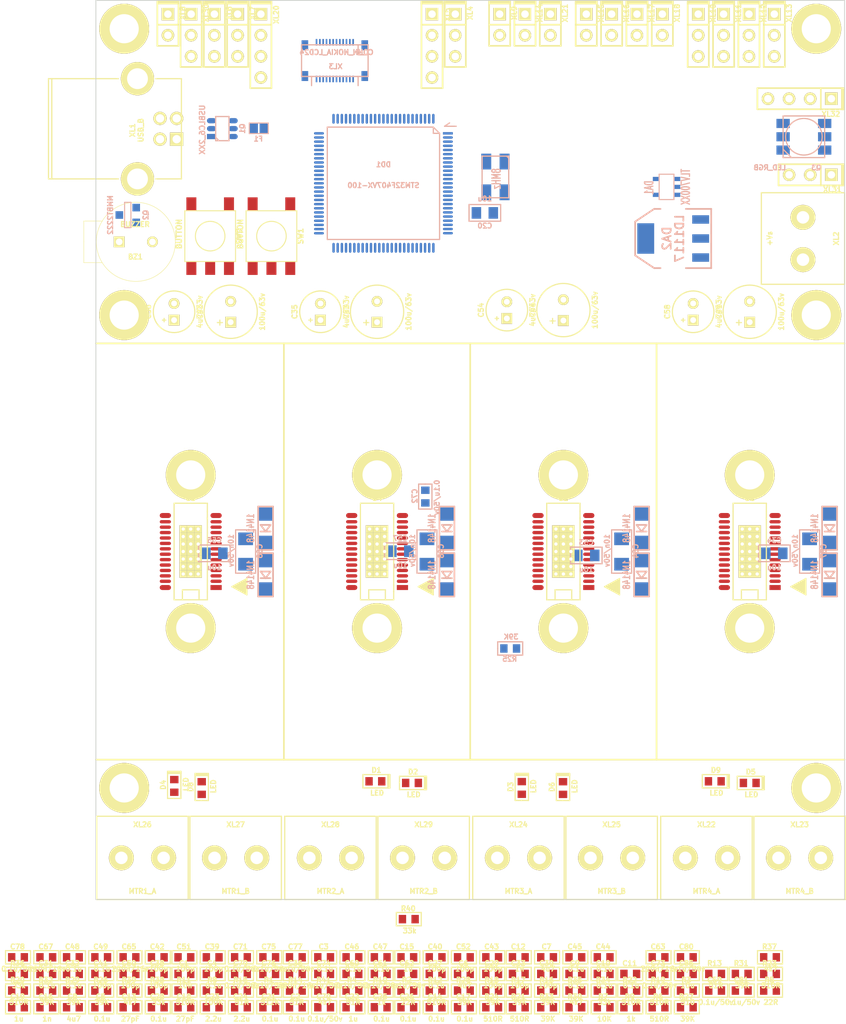
<source format=kicad_pcb>
(kicad_pcb (version 3) (host pcbnew "(2013-07-07 BZR 4022)-stable")
  (layers (15 F.Cu signal) (0 B.Cu signal) (18 B.Paste user) (19 F.Paste user) (20 B.SilkS user) (21 F.SilkS user) (22 B.Mask user) (23 F.Mask user) (28 Edge.Cuts user))
  (net 0 "")
  (net 1 +12V)
  (net 2 +3.3V)
  (net 3 +5V)
  (net 4 /ADC_1)
  (net 5 /ADC_2)
  (net 6 /ADC_3)
  (net 7 /ADC_4)
  (net 8 /BOOT_CFG)
  (net 9 /BUSY/SYNC_1)
  (net 10 /BUSY/SYNC_2)
  (net 11 /BUSY/SYNC_3)
  (net 12 /BUSY/SYNC_4)
  (net 13 /Buzzer)
  (net 14 /BuzzerOut)
  (net 15 /DAC1)
  (net 16 /DBG_UART_RX)
  (net 17 /DBG_UART_TX)
  (net 18 /FLAG_1)
  (net 19 /FLAG_2)
  (net 20 /FLAG_3)
  (net 21 /FLAG_4)
  (net 22 /LCD_BCKLT)
  (net 23 /LCD_DA0)
  (net 24 /LCD_DA1)
  (net 25 /LCD_DA2)
  (net 26 /LCD_DA3)
  (net 27 /LCD_DA4)
  (net 28 /LCD_DA5)
  (net 29 /LCD_DA6)
  (net 30 /LCD_DA7)
  (net 31 /LCD_DC)
  (net 32 /LCD_EFF)
  (net 33 /LCD_RD)
  (net 34 /LCD_WR)
  (net 35 /LCD_XCS)
  (net 36 /LCD_XRES)
  (net 37 /LED_BLUE)
  (net 38 /LED_GREEN)
  (net 39 /LED_RED)
  (net 40 /LIMITER1)
  (net 41 /LIMITER2)
  (net 42 /LIMITER3)
  (net 43 /LIMITER4)
  (net 44 /MOTOR_CS)
  (net 45 /MOTOR_MISO)
  (net 46 /MOTOR_MOSI)
  (net 47 /MOTOR_SCK)
  (net 48 /NRST)
  (net 49 /OPT_LIMITER1)
  (net 50 /OPT_LIMITER2)
  (net 51 /OPT_LIMITER3)
  (net 52 /OPT_LIMITER4)
  (net 53 /OUT1_1A)
  (net 54 /OUT1_1B)
  (net 55 /OUT1_2A)
  (net 56 /OUT1_2B)
  (net 57 /OUT2_1A)
  (net 58 /OUT2_1B)
  (net 59 /OUT2_2A)
  (net 60 /OUT2_2B)
  (net 61 /OUT3_1A)
  (net 62 /OUT3_1B)
  (net 63 /OUT3_2A)
  (net 64 /OUT3_2B)
  (net 65 /OUT4_1A)
  (net 66 /OUT4_1B)
  (net 67 /OUT4_2A)
  (net 68 /OUT4_2B)
  (net 69 /PA0)
  (net 70 /PC9)
  (net 71 /RX2)
  (net 72 /RX3)
  (net 73 /SDI_2)
  (net 74 /SDI_3)
  (net 75 /SDI_4)
  (net 76 /SPI2_MISO)
  (net 77 /SPI2_MOSI)
  (net 78 /SPI2_SCK)
  (net 79 /STBY/RST_1)
  (net 80 /STBY/RST_2)
  (net 81 /STBY/RST_3)
  (net 82 /STBY/RST_4)
  (net 83 /STEP_CLK_1)
  (net 84 /STEP_CLK_2)
  (net 85 /STEP_CLK_3)
  (net 86 /STEP_CLK_4)
  (net 87 /SWCLK)
  (net 88 /SWDIO)
  (net 89 /SW_1)
  (net 90 /SW_2)
  (net 91 /SW_3)
  (net 92 /SW_4)
  (net 93 /TX2)
  (net 94 /TX3)
  (net 95 /USB_DM)
  (net 96 /USB_DP)
  (net 97 /Vacuum1)
  (net 98 /Vacuum2)
  (net 99 /Vacuum3)
  (net 100 /Vdd1)
  (net 101 /Vdd2)
  (net 102 /Vdd3)
  (net 103 /Vdd4)
  (net 104 GND)
  (net 105 N-00000113)
  (net 106 N-00000114)
  (net 107 N-00000115)
  (net 108 N-00000117)
  (net 109 N-0000013)
  (net 110 N-0000014)
  (net 111 N-00000151)
  (net 112 N-0000018)
  (net 113 N-0000019)
  (net 114 N-0000020)
  (net 115 N-0000021)
  (net 116 N-0000022)
  (net 117 N-0000024)
  (net 118 N-0000025)
  (net 119 N-0000026)
  (net 120 N-0000027)
  (net 121 N-0000028)
  (net 122 N-0000029)
  (net 123 N-0000032)
  (net 124 N-0000033)
  (net 125 N-0000034)
  (net 126 N-0000035)
  (net 127 N-0000036)
  (net 128 N-0000037)
  (net 129 N-0000045)
  (net 130 N-0000046)
  (net 131 N-0000047)
  (net 132 N-0000048)
  (net 133 N-0000050)
  (net 134 N-0000059)
  (net 135 N-000006)
  (net 136 N-0000060)
  (net 137 N-0000061)
  (net 138 N-0000067)
  (net 139 N-000007)
  (net 140 N-0000094)
  (net 141 N-0000095)
  (net 142 N-0000096)
  (module SOT23-6 (layer B.Cu) (at 191.2 102.4 90)
    (fp_text reference Q1 (at 0 2.413 90) (layer B.SilkS) (effects (font (size 0.59944 0.59944) (thickness 0.14986)) (justify mirror)))
    (fp_text value USBLC6_2XX (at -0.127 -2.413 90) (layer B.SilkS) (effects (font (size 0.635 0.635) (thickness 0.14986)) (justify mirror)))
    (pad 1 smd rect (at -0.94996 -1.30048 90) (size 0.635 1.09982) (layers B.Cu B.Paste B.Mask) (net 130 N-0000046))
    (pad 2 smd oval (at 0 -1.30048 90) (size 0.635 1.09982) (layers B.Cu B.Paste B.Mask) (net 104 GND))
    (pad 3 smd oval (at 0.94996 -1.30048 90) (size 0.635 1.09982) (layers B.Cu B.Paste B.Mask) (net 129 N-0000045))
    (pad 4 smd oval (at 0.94996 1.30048 90) (size 0.635 1.09982) (layers B.Cu B.Paste B.Mask) (net 96 /USB_DP))
    (pad 5 smd oval (at 0 1.30048 90) (size 0.635 1.09982) (layers B.Cu B.Paste B.Mask) (net 131 N-0000047))
    (pad 6 smd oval (at -0.94996 1.30048 90) (size 0.635 1.09982) (layers B.Cu B.Paste B.Mask) (net 95 /USB_DM))
  )
  (module SOT23-5 (layer B.Cu) (at 244.6 109.4 270)
    (fp_text reference DA1 (at 0.09906 2.10058 270) (layer B.SilkS) (effects (font (size 1.00076 0.59944) (thickness 0.14986)) (justify mirror)))
    (fp_text value TLV700XX (at 0 -2.30124 270) (layer B.SilkS) (effects (font (size 1.00076 0.59944) (thickness 0.14986)) (justify mirror)))
    (pad 1 smd rect (at -0.9525 -1.27 270) (size 0.508 0.762) (layers B.Cu B.Paste B.Mask) (net 3 +5V))
    (pad 3 smd rect (at 0.9525 -1.27 270) (size 0.508 0.762) (layers B.Cu B.Paste B.Mask) (net 3 +5V))
    (pad 5 smd rect (at -0.9525 1.27 270) (size 0.508 0.762) (layers B.Cu B.Paste B.Mask) (net 2 +3.3V))
    (pad 2 smd rect (at 0 -1.27 270) (size 0.508 0.762) (layers B.Cu B.Paste B.Mask) (net 104 GND))
    (pad 4 smd rect (at 0.9525 1.27 270) (size 0.508 0.762) (layers B.Cu B.Paste B.Mask))
  )
  (module SOT23 (layer B.Cu) (at 179.832 112.776 90)
    (fp_text reference Q2 (at 0 2.159 90) (layer B.SilkS) (effects (font (size 0.59944 0.59944) (thickness 0.14986)) (justify mirror)))
    (fp_text value MMBT2222 (at 0 -2.10058 90) (layer B.SilkS) (effects (font (size 0.59944 0.59944) (thickness 0.14986)) (justify mirror)))
    (pad 2 smd rect (at -0.889 1.016 90) (size 0.9144 0.9144) (layers B.Cu B.Paste B.Mask) (net 104 GND))
    (pad 1 smd rect (at 0.889 1.016 90) (size 0.9144 0.9144) (layers B.Cu B.Paste B.Mask) (net 108 N-00000117))
    (pad 3 smd rect (at 0 -1.016 90) (size 0.9144 0.9144) (layers B.Cu B.Paste B.Mask) (net 14 /BuzzerOut))
  )
  (module SOT223 (layer B.Cu) (at 245.4 115.6 270)
    (fp_text reference DA2 (at 0 0.762 270) (layer B.SilkS) (effects (font (size 1.016 1.016) (thickness 0.2032)) (justify mirror)))
    (fp_text value LD1117 (at 0 -0.762 270) (layer B.SilkS) (effects (font (size 1.016 1.016) (thickness 0.2032)) (justify mirror)))
    (pad PAD smd rect (at 0 3.302 270) (size 3.6576 2.032) (layers B.Cu B.Paste B.Mask) (net 3 +5V))
    (pad 2 smd rect (at 0 -3.302 270) (size 1.016 2.032) (layers B.Cu B.Paste B.Mask) (net 3 +5V))
    (pad 3 smd rect (at 2.286 -3.302 270) (size 1.016 2.032) (layers B.Cu B.Paste B.Mask) (net 1 +12V))
    (pad 1 smd rect (at -2.286 -3.302 270) (size 1.016 2.032) (layers B.Cu B.Paste B.Mask) (net 104 GND))
  )
  (module SMD0603_FUSE (layer B.Cu) (at 195.58 102.362)
    (fp_text reference F1 (at -0.0635 1.27) (layer B.SilkS) (effects (font (size 0.6 0.6)) (justify mirror)))
    (fp_text value FUSE0R hide)
    (pad 1 smd rect (at -0.58928 0) (size 0.98044 1.143) (layers B.Cu B.Paste B.Mask) (net 131 N-0000047))
    (pad 2 smd rect (at 0.58928 0) (size 0.98044 1.143) (layers B.Cu B.Paste B.Mask) (net 3 +5V))
  )
  (module RES_0603 (layer F.Cu) (at 213.614 197.358)
    (fp_text reference R40 (at -0.0635 -1.27) (layer F.SilkS) (effects (font (size 0.6 0.6))))
    (fp_text value 33k (at 0.09906 1.39954) (layer F.SilkS) (effects (font (size 0.6 0.6))))
    (pad 1 smd rect (at -0.762 0) (size 0.889 1.016) (layers F.Cu F.Paste F.Mask) (net 1 +12V))
    (pad 2 smd rect (at 0.762 0) (size 0.889 1.016) (layers F.Cu F.Paste F.Mask) (net 5 /ADC_2))
  )
  (module RES_0603 (layer B.Cu) (at 225.806 164.846)
    (fp_text reference R25 (at -0.0635 1.27) (layer B.SilkS) (effects (font (size 0.6 0.6)) (justify mirror)))
    (fp_text value 39K (at 0.09906 -1.39954) (layer B.SilkS) (effects (font (size 0.6 0.6)) (justify mirror)))
    (pad 1 smd rect (at -0.762 0) (size 0.889 1.016) (layers B.Cu B.Paste B.Mask) (net 102 /Vdd3))
    (pad 2 smd rect (at 0.762 0) (size 0.889 1.016) (layers B.Cu B.Paste B.Mask) (net 11 /BUSY/SYNC_3))
  )
  (module RES_0603 (layer F.Cu) (at 257.038 201.94)
    (fp_text reference R37 (at -0.0635 -1.27) (layer F.SilkS) (effects (font (size 0.6 0.6))))
    (fp_text value 4k7 (at 0.09906 1.39954) (layer F.SilkS) (effects (font (size 0.6 0.6))))
    (pad 1 smd rect (at -0.762 0) (size 0.889 1.016) (layers F.Cu F.Paste F.Mask) (net 6 /ADC_3))
    (pad 2 smd rect (at 0.762 0) (size 0.889 1.016) (layers F.Cu F.Paste F.Mask) (net 104 GND))
  )
  (module RES_0603 (layer F.Cu) (at 166.638 203.94)
    (fp_text reference R36 (at -0.0635 -1.27) (layer F.SilkS) (effects (font (size 0.6 0.6))))
    (fp_text value 33k (at 0.09906 1.39954) (layer F.SilkS) (effects (font (size 0.6 0.6))))
    (pad 1 smd rect (at -0.762 0) (size 0.889 1.016) (layers F.Cu F.Paste F.Mask) (net 1 +12V))
    (pad 2 smd rect (at 0.762 0) (size 0.889 1.016) (layers F.Cu F.Paste F.Mask) (net 6 /ADC_3))
  )
  (module RES_0603 (layer F.Cu) (at 223.638 207.94)
    (fp_text reference R24 (at -0.0635 -1.27) (layer F.SilkS) (effects (font (size 0.6 0.6))))
    (fp_text value 510R (at 0.09906 1.39954) (layer F.SilkS) (effects (font (size 0.6 0.6))))
    (pad 1 smd rect (at -0.762 0) (size 0.889 1.016) (layers F.Cu F.Paste F.Mask) (net 101 /Vdd2))
    (pad 2 smd rect (at 0.762 0) (size 0.889 1.016) (layers F.Cu F.Paste F.Mask) (net 135 N-000006))
  )
  (module RES_0603 (layer F.Cu) (at 226.838 207.94)
    (fp_text reference R21 (at -0.0635 -1.27) (layer F.SilkS) (effects (font (size 0.6 0.6))))
    (fp_text value 510R (at 0.09906 1.39954) (layer F.SilkS) (effects (font (size 0.6 0.6))))
    (pad 1 smd rect (at -0.762 0) (size 0.889 1.016) (layers F.Cu F.Paste F.Mask) (net 101 /Vdd2))
    (pad 2 smd rect (at 0.762 0) (size 0.889 1.016) (layers F.Cu F.Paste F.Mask) (net 139 N-000007))
  )
  (module RES_0603 (layer F.Cu) (at 230.238 207.94)
    (fp_text reference R33 (at -0.0635 -1.27) (layer F.SilkS) (effects (font (size 0.6 0.6))))
    (fp_text value 39K (at 0.09906 1.39954) (layer F.SilkS) (effects (font (size 0.6 0.6))))
    (pad 1 smd rect (at -0.762 0) (size 0.889 1.016) (layers F.Cu F.Paste F.Mask) (net 101 /Vdd2))
    (pad 2 smd rect (at 0.762 0) (size 0.889 1.016) (layers F.Cu F.Paste F.Mask) (net 80 /STBY/RST_2))
  )
  (module RES_0603 (layer F.Cu) (at 233.638 207.94)
    (fp_text reference R30 (at -0.0635 -1.27) (layer F.SilkS) (effects (font (size 0.6 0.6))))
    (fp_text value 39K (at 0.09906 1.39954) (layer F.SilkS) (effects (font (size 0.6 0.6))))
    (pad 1 smd rect (at -0.762 0) (size 0.889 1.016) (layers F.Cu F.Paste F.Mask) (net 101 /Vdd2))
    (pad 2 smd rect (at 0.762 0) (size 0.889 1.016) (layers F.Cu F.Paste F.Mask) (net 19 /FLAG_2))
  )
  (module RES_0603 (layer F.Cu) (at 247.038 207.94)
    (fp_text reference R27 (at -0.0635 -1.27) (layer F.SilkS) (effects (font (size 0.6 0.6))))
    (fp_text value 39K (at 0.09906 1.39954) (layer F.SilkS) (effects (font (size 0.6 0.6))))
    (pad 1 smd rect (at -0.762 0) (size 0.889 1.016) (layers F.Cu F.Paste F.Mask) (net 101 /Vdd2))
    (pad 2 smd rect (at 0.762 0) (size 0.889 1.016) (layers F.Cu F.Paste F.Mask) (net 10 /BUSY/SYNC_2))
  )
  (module RES_0603 (layer F.Cu) (at 203.438 205.94)
    (fp_text reference R41 (at -0.0635 -1.27) (layer F.SilkS) (effects (font (size 0.6 0.6))))
    (fp_text value 4k7 (at 0.09906 1.39954) (layer F.SilkS) (effects (font (size 0.6 0.6))))
    (pad 1 smd rect (at -0.762 0) (size 0.889 1.016) (layers F.Cu F.Paste F.Mask) (net 5 /ADC_2))
    (pad 2 smd rect (at 0.762 0) (size 0.889 1.016) (layers F.Cu F.Paste F.Mask) (net 104 GND))
  )
  (module RES_0603 (layer F.Cu) (at 253.638 203.94)
    (fp_text reference R31 (at -0.0635 -1.27) (layer F.SilkS) (effects (font (size 0.6 0.6))))
    (fp_text value 39K (at 0.09906 1.39954) (layer F.SilkS) (effects (font (size 0.6 0.6))))
    (pad 1 smd rect (at -0.762 0) (size 0.889 1.016) (layers F.Cu F.Paste F.Mask) (net 102 /Vdd3))
    (pad 2 smd rect (at 0.762 0) (size 0.889 1.016) (layers F.Cu F.Paste F.Mask) (net 81 /STBY/RST_3))
  )
  (module RES_0603 (layer F.Cu) (at 257.038 203.94)
    (fp_text reference R23 (at -0.0635 -1.27) (layer F.SilkS) (effects (font (size 0.6 0.6))))
    (fp_text value 510R (at 0.09906 1.39954) (layer F.SilkS) (effects (font (size 0.6 0.6))))
    (pad 1 smd rect (at -0.762 0) (size 0.889 1.016) (layers F.Cu F.Paste F.Mask) (net 100 /Vdd1))
    (pad 2 smd rect (at 0.762 0) (size 0.889 1.016) (layers F.Cu F.Paste F.Mask) (net 109 N-0000013))
  )
  (module RES_0603 (layer F.Cu) (at 166.638 205.94)
    (fp_text reference R20 (at -0.0635 -1.27) (layer F.SilkS) (effects (font (size 0.6 0.6))))
    (fp_text value 510R (at 0.09906 1.39954) (layer F.SilkS) (effects (font (size 0.6 0.6))))
    (pad 1 smd rect (at -0.762 0) (size 0.889 1.016) (layers F.Cu F.Paste F.Mask) (net 100 /Vdd1))
    (pad 2 smd rect (at 0.762 0) (size 0.889 1.016) (layers F.Cu F.Paste F.Mask) (net 110 N-0000014))
  )
  (module RES_0603 (layer F.Cu) (at 170.038 205.94)
    (fp_text reference R32 (at -0.0635 -1.27) (layer F.SilkS) (effects (font (size 0.6 0.6))))
    (fp_text value 39K (at 0.09906 1.39954) (layer F.SilkS) (effects (font (size 0.6 0.6))))
    (pad 1 smd rect (at -0.762 0) (size 0.889 1.016) (layers F.Cu F.Paste F.Mask) (net 100 /Vdd1))
    (pad 2 smd rect (at 0.762 0) (size 0.889 1.016) (layers F.Cu F.Paste F.Mask) (net 79 /STBY/RST_1))
  )
  (module RES_0603 (layer F.Cu) (at 173.238 205.94)
    (fp_text reference R29 (at -0.0635 -1.27) (layer F.SilkS) (effects (font (size 0.6 0.6))))
    (fp_text value 39K (at 0.09906 1.39954) (layer F.SilkS) (effects (font (size 0.6 0.6))))
    (pad 1 smd rect (at -0.762 0) (size 0.889 1.016) (layers F.Cu F.Paste F.Mask) (net 100 /Vdd1))
    (pad 2 smd rect (at 0.762 0) (size 0.889 1.016) (layers F.Cu F.Paste F.Mask) (net 18 /FLAG_1))
  )
  (module RES_0603 (layer F.Cu) (at 176.638 205.94)
    (fp_text reference R26 (at -0.0635 -1.27) (layer F.SilkS) (effects (font (size 0.6 0.6))))
    (fp_text value 39K (at 0.09906 1.39954) (layer F.SilkS) (effects (font (size 0.6 0.6))))
    (pad 1 smd rect (at -0.762 0) (size 0.889 1.016) (layers F.Cu F.Paste F.Mask) (net 100 /Vdd1))
    (pad 2 smd rect (at 0.762 0) (size 0.889 1.016) (layers F.Cu F.Paste F.Mask) (net 9 /BUSY/SYNC_1))
  )
  (module RES_0603 (layer F.Cu) (at 180.038 205.94)
    (fp_text reference R39 (at -0.0635 -1.27) (layer F.SilkS) (effects (font (size 0.6 0.6))))
    (fp_text value 4k7 (at 0.09906 1.39954) (layer F.SilkS) (effects (font (size 0.6 0.6))))
    (pad 1 smd rect (at -0.762 0) (size 0.889 1.016) (layers F.Cu F.Paste F.Mask) (net 4 /ADC_1))
    (pad 2 smd rect (at 0.762 0) (size 0.889 1.016) (layers F.Cu F.Paste F.Mask) (net 104 GND))
  )
  (module RES_0603 (layer F.Cu) (at 183.438 205.94)
    (fp_text reference R38 (at -0.0635 -1.27) (layer F.SilkS) (effects (font (size 0.6 0.6))))
    (fp_text value 33k (at 0.09906 1.39954) (layer F.SilkS) (effects (font (size 0.6 0.6))))
    (pad 1 smd rect (at -0.762 0) (size 0.889 1.016) (layers F.Cu F.Paste F.Mask) (net 1 +12V))
    (pad 2 smd rect (at 0.762 0) (size 0.889 1.016) (layers F.Cu F.Paste F.Mask) (net 4 /ADC_1))
  )
  (module RES_0603 (layer F.Cu) (at 186.638 205.94)
    (fp_text reference R11 (at -0.0635 -1.27) (layer F.SilkS) (effects (font (size 0.6 0.6))))
    (fp_text value 510R (at 0.09906 1.39954) (layer F.SilkS) (effects (font (size 0.6 0.6))))
    (pad 1 smd rect (at -0.762 0) (size 0.889 1.016) (layers F.Cu F.Paste F.Mask) (net 103 /Vdd4))
    (pad 2 smd rect (at 0.762 0) (size 0.889 1.016) (layers F.Cu F.Paste F.Mask) (net 107 N-00000115))
  )
  (module RES_0603 (layer F.Cu) (at 190.038 205.94)
    (fp_text reference R8 (at -0.0635 -1.27) (layer F.SilkS) (effects (font (size 0.6 0.6))))
    (fp_text value 100K (at 0.09906 1.39954) (layer F.SilkS) (effects (font (size 0.6 0.6))))
    (pad 1 smd rect (at -0.762 0) (size 0.889 1.016) (layers F.Cu F.Paste F.Mask) (net 2 +3.3V))
    (pad 2 smd rect (at 0.762 0) (size 0.889 1.016) (layers F.Cu F.Paste F.Mask) (net 48 /NRST))
  )
  (module RES_0603 (layer F.Cu) (at 193.438 205.94)
    (fp_text reference R15 (at -0.0635 -1.27) (layer F.SilkS) (effects (font (size 0.6 0.6))))
    (fp_text value 51R (at 0.09906 1.39954) (layer F.SilkS) (effects (font (size 0.6 0.6))))
    (pad 1 smd rect (at -0.762 0) (size 0.889 1.016) (layers F.Cu F.Paste F.Mask) (net 37 /LED_BLUE))
    (pad 2 smd rect (at 0.762 0) (size 0.889 1.016) (layers F.Cu F.Paste F.Mask) (net 140 N-0000094))
  )
  (module RES_0603 (layer F.Cu) (at 200.038 205.94)
    (fp_text reference R14 (at -0.0635 -1.27) (layer F.SilkS) (effects (font (size 0.6 0.6))))
    (fp_text value 51R (at 0.09906 1.39954) (layer F.SilkS) (effects (font (size 0.6 0.6))))
    (pad 1 smd rect (at -0.762 0) (size 0.889 1.016) (layers F.Cu F.Paste F.Mask) (net 38 /LED_GREEN))
    (pad 2 smd rect (at 0.762 0) (size 0.889 1.016) (layers F.Cu F.Paste F.Mask) (net 141 N-0000095))
  )
  (module RES_0603 (layer F.Cu) (at 250.438 203.94)
    (fp_text reference R13 (at -0.0635 -1.27) (layer F.SilkS) (effects (font (size 0.6 0.6))))
    (fp_text value 51R (at 0.09906 1.39954) (layer F.SilkS) (effects (font (size 0.6 0.6))))
    (pad 1 smd rect (at -0.762 0) (size 0.889 1.016) (layers F.Cu F.Paste F.Mask) (net 39 /LED_RED))
    (pad 2 smd rect (at 0.762 0) (size 0.889 1.016) (layers F.Cu F.Paste F.Mask) (net 142 N-0000096))
  )
  (module RES_0603 (layer F.Cu) (at 206.838 205.94)
    (fp_text reference R4 (at -0.0635 -1.27) (layer F.SilkS) (effects (font (size 0.6 0.6))))
    (fp_text value 51R (at 0.09906 1.39954) (layer F.SilkS) (effects (font (size 0.6 0.6))))
    (pad 1 smd rect (at -0.762 0) (size 0.889 1.016) (layers F.Cu F.Paste F.Mask) (net 111 N-00000151))
    (pad 2 smd rect (at 0.762 0) (size 0.889 1.016) (layers F.Cu F.Paste F.Mask) (net 2 +3.3V))
  )
  (module RES_0603 (layer F.Cu) (at 210.238 205.94)
    (fp_text reference R10 (at -0.0635 -1.27) (layer F.SilkS) (effects (font (size 0.6 0.6))))
    (fp_text value 1k (at 0.09906 1.39954) (layer F.SilkS) (effects (font (size 0.6 0.6))))
    (pad 1 smd rect (at -0.762 0) (size 0.889 1.016) (layers F.Cu F.Paste F.Mask) (net 108 N-00000117))
    (pad 2 smd rect (at 0.762 0) (size 0.889 1.016) (layers F.Cu F.Paste F.Mask) (net 13 /Buzzer))
  )
  (module RES_0603 (layer F.Cu) (at 213.438 205.94)
    (fp_text reference R2 (at -0.0635 -1.27) (layer F.SilkS) (effects (font (size 0.6 0.6))))
    (fp_text value 22R (at 0.09906 1.39954) (layer F.SilkS) (effects (font (size 0.6 0.6))))
    (pad 1 smd rect (at -0.762 0) (size 0.889 1.016) (layers F.Cu F.Paste F.Mask) (net 105 N-00000113))
    (pad 2 smd rect (at 0.762 0) (size 0.889 1.016) (layers F.Cu F.Paste F.Mask) (net 22 /LCD_BCKLT))
  )
  (module RES_0603 (layer F.Cu) (at 216.838 205.94)
    (fp_text reference R12 (at -0.0635 -1.27) (layer F.SilkS) (effects (font (size 0.6 0.6))))
    (fp_text value 510R (at 0.09906 1.39954) (layer F.SilkS) (effects (font (size 0.6 0.6))))
    (pad 1 smd rect (at -0.762 0) (size 0.889 1.016) (layers F.Cu F.Paste F.Mask) (net 103 /Vdd4))
    (pad 2 smd rect (at 0.762 0) (size 0.889 1.016) (layers F.Cu F.Paste F.Mask) (net 106 N-00000114))
  )
  (module RES_0603 (layer F.Cu) (at 220.238 205.94)
    (fp_text reference R28 (at -0.0635 -1.27) (layer F.SilkS) (effects (font (size 0.6 0.6))))
    (fp_text value 39K (at 0.09906 1.39954) (layer F.SilkS) (effects (font (size 0.6 0.6))))
    (pad 1 smd rect (at -0.762 0) (size 0.889 1.016) (layers F.Cu F.Paste F.Mask) (net 102 /Vdd3))
    (pad 2 smd rect (at 0.762 0) (size 0.889 1.016) (layers F.Cu F.Paste F.Mask) (net 20 /FLAG_3))
  )
  (module RES_0603 (layer F.Cu) (at 223.638 205.94)
    (fp_text reference R18 (at -0.0635 -1.27) (layer F.SilkS) (effects (font (size 0.6 0.6))))
    (fp_text value 39K (at 0.09906 1.39954) (layer F.SilkS) (effects (font (size 0.6 0.6))))
    (pad 1 smd rect (at -0.762 0) (size 0.889 1.016) (layers F.Cu F.Paste F.Mask) (net 103 /Vdd4))
    (pad 2 smd rect (at 0.762 0) (size 0.889 1.016) (layers F.Cu F.Paste F.Mask) (net 82 /STBY/RST_4))
  )
  (module RES_0603 (layer F.Cu) (at 226.838 205.94)
    (fp_text reference R17 (at -0.0635 -1.27) (layer F.SilkS) (effects (font (size 0.6 0.6))))
    (fp_text value 39K (at 0.09906 1.39954) (layer F.SilkS) (effects (font (size 0.6 0.6))))
    (pad 1 smd rect (at -0.762 0) (size 0.889 1.016) (layers F.Cu F.Paste F.Mask) (net 103 /Vdd4))
    (pad 2 smd rect (at 0.762 0) (size 0.889 1.016) (layers F.Cu F.Paste F.Mask) (net 21 /FLAG_4))
  )
  (module RES_0603 (layer F.Cu) (at 230.238 205.94)
    (fp_text reference R16 (at -0.0635 -1.27) (layer F.SilkS) (effects (font (size 0.6 0.6))))
    (fp_text value 39K (at 0.09906 1.39954) (layer F.SilkS) (effects (font (size 0.6 0.6))))
    (pad 1 smd rect (at -0.762 0) (size 0.889 1.016) (layers F.Cu F.Paste F.Mask) (net 103 /Vdd4))
    (pad 2 smd rect (at 0.762 0) (size 0.889 1.016) (layers F.Cu F.Paste F.Mask) (net 12 /BUSY/SYNC_4))
  )
  (module RES_0603 (layer F.Cu) (at 233.638 205.94)
    (fp_text reference R35 (at -0.0635 -1.27) (layer F.SilkS) (effects (font (size 0.6 0.6))))
    (fp_text value 4k7 (at 0.09906 1.39954) (layer F.SilkS) (effects (font (size 0.6 0.6))))
    (pad 1 smd rect (at -0.762 0) (size 0.889 1.016) (layers F.Cu F.Paste F.Mask) (net 7 /ADC_4))
    (pad 2 smd rect (at 0.762 0) (size 0.889 1.016) (layers F.Cu F.Paste F.Mask) (net 104 GND))
  )
  (module RES_0603 (layer F.Cu) (at 237.038 205.94)
    (fp_text reference R34 (at -0.0635 -1.27) (layer F.SilkS) (effects (font (size 0.6 0.6))))
    (fp_text value 33k (at 0.09906 1.39954) (layer F.SilkS) (effects (font (size 0.6 0.6))))
    (pad 1 smd rect (at -0.762 0) (size 0.889 1.016) (layers F.Cu F.Paste F.Mask) (net 1 +12V))
    (pad 2 smd rect (at 0.762 0) (size 0.889 1.016) (layers F.Cu F.Paste F.Mask) (net 7 /ADC_4))
  )
  (module RES_0603 (layer F.Cu) (at 240.238 205.94)
    (fp_text reference R22 (at -0.0635 -1.27) (layer F.SilkS) (effects (font (size 0.6 0.6))))
    (fp_text value 510R (at 0.09906 1.39954) (layer F.SilkS) (effects (font (size 0.6 0.6))))
    (pad 1 smd rect (at -0.762 0) (size 0.889 1.016) (layers F.Cu F.Paste F.Mask) (net 102 /Vdd3))
    (pad 2 smd rect (at 0.762 0) (size 0.889 1.016) (layers F.Cu F.Paste F.Mask) (net 115 N-0000021))
  )
  (module RES_0603 (layer F.Cu) (at 243.638 205.94)
    (fp_text reference R19 (at -0.0635 -1.27) (layer F.SilkS) (effects (font (size 0.6 0.6))))
    (fp_text value 510R (at 0.09906 1.39954) (layer F.SilkS) (effects (font (size 0.6 0.6))))
    (pad 1 smd rect (at -0.762 0) (size 0.889 1.016) (layers F.Cu F.Paste F.Mask) (net 102 /Vdd3))
    (pad 2 smd rect (at 0.762 0) (size 0.889 1.016) (layers F.Cu F.Paste F.Mask) (net 116 N-0000022))
  )
  (module RES_0603 (layer F.Cu) (at 247.038 205.94)
    (fp_text reference R3 (at -0.0635 -1.27) (layer F.SilkS) (effects (font (size 0.6 0.6))))
    (fp_text value 510 (at 0.09906 1.39954) (layer F.SilkS) (effects (font (size 0.6 0.6))))
    (pad 1 smd rect (at -0.762 0) (size 0.889 1.016) (layers F.Cu F.Paste F.Mask) (net 127 N-0000036))
    (pad 2 smd rect (at 0.762 0) (size 0.889 1.016) (layers F.Cu F.Paste F.Mask) (net 128 N-0000037))
  )
  (module RES_0603 (layer F.Cu) (at 257.038 205.94)
    (fp_text reference R5 (at -0.0635 -1.27) (layer F.SilkS) (effects (font (size 0.6 0.6))))
    (fp_text value 22R (at 0.09906 1.39954) (layer F.SilkS) (effects (font (size 0.6 0.6))))
    (pad 1 smd rect (at -0.762 0) (size 0.889 1.016) (layers F.Cu F.Paste F.Mask) (net 8 /BOOT_CFG))
    (pad 2 smd rect (at 0.762 0) (size 0.889 1.016) (layers F.Cu F.Paste F.Mask) (net 123 N-0000032))
  )
  (module RES_0603 (layer F.Cu) (at 196.838 205.94)
    (fp_text reference R1 (at -0.0635 -1.27) (layer F.SilkS) (effects (font (size 0.6 0.6))))
    (fp_text value 512K (at 0.09906 1.39954) (layer F.SilkS) (effects (font (size 0.6 0.6))))
    (pad 1 smd rect (at -0.762 0) (size 0.889 1.016) (layers F.Cu F.Paste F.Mask) (net 132 N-0000048))
    (pad 2 smd rect (at 0.762 0) (size 0.889 1.016) (layers F.Cu F.Paste F.Mask) (net 104 GND))
  )
  (module RES_0603 (layer F.Cu) (at 243.638 207.94)
    (fp_text reference R6 (at -0.0635 -1.27) (layer F.SilkS) (effects (font (size 0.6 0.6))))
    (fp_text value 510R (at 0.09906 1.39954) (layer F.SilkS) (effects (font (size 0.6 0.6))))
    (pad 1 smd rect (at -0.762 0) (size 0.889 1.016) (layers F.Cu F.Paste F.Mask) (net 2 +3.3V))
    (pad 2 smd rect (at 0.762 0) (size 0.889 1.016) (layers F.Cu F.Paste F.Mask) (net 133 N-0000050))
  )
  (module RES_0603 (layer F.Cu) (at 240.238 207.94)
    (fp_text reference R9 (at -0.0635 -1.27) (layer F.SilkS) (effects (font (size 0.6 0.6))))
    (fp_text value 1k (at 0.09906 1.39954) (layer F.SilkS) (effects (font (size 0.6 0.6))))
    (pad 1 smd rect (at -0.762 0) (size 0.889 1.016) (layers F.Cu F.Paste F.Mask) (net 138 N-0000067))
    (pad 2 smd rect (at 0.762 0) (size 0.889 1.016) (layers F.Cu F.Paste F.Mask) (net 3 +5V))
  )
  (module RES_0603 (layer F.Cu) (at 237.038 207.94)
    (fp_text reference R7 (at -0.0635 -1.27) (layer F.SilkS) (effects (font (size 0.6 0.6))))
    (fp_text value 10K (at 0.09906 1.39954) (layer F.SilkS) (effects (font (size 0.6 0.6))))
    (pad 1 smd rect (at -0.762 0) (size 0.889 1.016) (layers F.Cu F.Paste F.Mask) (net 123 N-0000032))
    (pad 2 smd rect (at 0.762 0) (size 0.889 1.016) (layers F.Cu F.Paste F.Mask) (net 104 GND))
  )
  (module LQFP100 (layer B.Cu) (at 210.566 108.966 180)
    (fp_text reference DD1 (at 0 2.25044 180) (layer B.SilkS) (effects (font (size 0.59944 0.59944) (thickness 0.14986)) (justify mirror)))
    (fp_text value STM32F407VX-100 (at 0 -0.24892 180) (layer B.SilkS) (effects (font (size 0.59944 0.59944) (thickness 0.14986)) (justify mirror)))
    (pad 1 smd rect (at -7.747 5.99948 180) (size 1.19888 0.29972) (layers B.Cu B.Paste B.Mask) (net 25 /LCD_DA2))
    (pad 2 smd oval (at -7.747 5.50164 180) (size 1.19888 0.29972) (layers B.Cu B.Paste B.Mask) (net 26 /LCD_DA3))
    (pad 3 smd oval (at -7.747 5.00126 180) (size 1.19888 0.29972) (layers B.Cu B.Paste B.Mask) (net 27 /LCD_DA4))
    (pad 4 smd oval (at -7.747 4.50088 180) (size 1.19888 0.29972) (layers B.Cu B.Paste B.Mask) (net 28 /LCD_DA5))
    (pad 5 smd oval (at -7.747 4.0005 180) (size 1.19888 0.29972) (layers B.Cu B.Paste B.Mask) (net 29 /LCD_DA6))
    (pad 6 smd oval (at -7.747 3.50012 180) (size 1.19888 0.29972) (layers B.Cu B.Paste B.Mask) (net 2 +3.3V))
    (pad 7 smd oval (at -7.747 2.99974 180) (size 1.19888 0.29972) (layers B.Cu B.Paste B.Mask) (net 92 /SW_4))
    (pad 8 smd oval (at -7.747 2.49936 180) (size 1.19888 0.29972) (layers B.Cu B.Paste B.Mask))
    (pad 9 smd oval (at -7.74954 2.00406 180) (size 1.19888 0.29972) (layers B.Cu B.Paste B.Mask))
    (pad 10 smd oval (at -7.74954 1.50368 180) (size 1.19888 0.29972) (layers B.Cu B.Paste B.Mask) (net 104 GND))
    (pad 11 smd oval (at -7.74954 1.0033 180) (size 1.19888 0.29972) (layers B.Cu B.Paste B.Mask) (net 2 +3.3V))
    (pad 12 smd oval (at -7.75208 0.50292 180) (size 1.19888 0.29972) (layers B.Cu B.Paste B.Mask) (net 126 N-0000035))
    (pad 13 smd oval (at -7.74954 0 180) (size 1.19888 0.29972) (layers B.Cu B.Paste B.Mask) (net 128 N-0000037))
    (pad 14 smd oval (at -7.75208 -0.50038 180) (size 1.19888 0.29972) (layers B.Cu B.Paste B.Mask) (net 48 /NRST))
    (pad 15 smd oval (at -7.75208 -1.00076 180) (size 1.19888 0.29972) (layers B.Cu B.Paste B.Mask) (net 40 /LIMITER1))
    (pad 16 smd oval (at -7.75208 -1.4986 180) (size 1.19888 0.29972) (layers B.Cu B.Paste B.Mask) (net 41 /LIMITER2))
    (pad 17 smd oval (at -7.74954 -1.99644 180) (size 1.19888 0.29972) (layers B.Cu B.Paste B.Mask) (net 42 /LIMITER3))
    (pad 18 smd oval (at -7.74954 -2.49682 180) (size 1.19888 0.29972) (layers B.Cu B.Paste B.Mask) (net 43 /LIMITER4))
    (pad 19 smd oval (at -7.74954 -2.9972 180) (size 1.19888 0.29972) (layers B.Cu B.Paste B.Mask) (net 2 +3.3V))
    (pad 20 smd oval (at -7.74954 -3.49504 180) (size 1.19888 0.29972) (layers B.Cu B.Paste B.Mask) (net 104 GND))
    (pad 21 smd oval (at -7.74954 -3.99542 180) (size 1.19888 0.29972) (layers B.Cu B.Paste B.Mask) (net 111 N-00000151))
    (pad 22 smd oval (at -7.74954 -4.4958 180) (size 1.19888 0.29972) (layers B.Cu B.Paste B.Mask) (net 2 +3.3V))
    (pad 23 smd oval (at -7.74954 -4.99364 180) (size 1.19888 0.29972) (layers B.Cu B.Paste B.Mask) (net 69 /PA0))
    (pad 24 smd oval (at -7.74954 -5.49402 180) (size 1.19888 0.29972) (layers B.Cu B.Paste B.Mask) (net 84 /STEP_CLK_2))
    (pad 33 smd oval (at -2.5019 -7.747 90) (size 1.19888 0.29972) (layers B.Cu B.Paste B.Mask) (net 49 /OPT_LIMITER1))
    (pad 34 smd oval (at -2.00152 -7.747 90) (size 1.19888 0.29972) (layers B.Cu B.Paste B.Mask))
    (pad 35 smd oval (at -1.50114 -7.747 90) (size 1.19888 0.29972) (layers B.Cu B.Paste B.Mask) (net 97 /Vacuum1))
    (pad 36 smd oval (at -1.00076 -7.747 90) (size 1.19888 0.29972) (layers B.Cu B.Paste B.Mask) (net 98 /Vacuum2))
    (pad 25 smd oval (at -7.75208 -5.9944 180) (size 1.19888 0.29972) (layers B.Cu B.Paste B.Mask) (net 93 /TX2))
    (pad 26 smd oval (at -6.00456 -7.75208 90) (size 1.19888 0.29972) (layers B.Cu B.Paste B.Mask) (net 71 /RX2))
    (pad 27 smd oval (at -5.50418 -7.75208 90) (size 1.19888 0.29972) (layers B.Cu B.Paste B.Mask) (net 104 GND))
    (pad 28 smd oval (at -5.0038 -7.75208 90) (size 1.19888 0.29972) (layers B.Cu B.Paste B.Mask) (net 2 +3.3V))
    (pad 29 smd oval (at -4.50342 -7.75208 90) (size 1.19888 0.29972) (layers B.Cu B.Paste B.Mask) (net 15 /DAC1))
    (pad 30 smd oval (at -4.00304 -7.75208 90) (size 1.19888 0.29972) (layers B.Cu B.Paste B.Mask) (net 47 /MOTOR_SCK))
    (pad 31 smd oval (at -3.50266 -7.75208 90) (size 1.19888 0.29972) (layers B.Cu B.Paste B.Mask) (net 45 /MOTOR_MISO))
    (pad 32 smd oval (at -3.00482 -7.75208 90) (size 1.19888 0.29972) (layers B.Cu B.Paste B.Mask) (net 46 /MOTOR_MOSI))
    (pad 37 smd oval (at -0.50292 -7.74954 90) (size 1.19888 0.29972) (layers B.Cu B.Paste B.Mask) (net 99 /Vacuum3))
    (pad 38 smd oval (at -0.00254 -7.74954 90) (size 1.19888 0.29972) (layers B.Cu B.Paste B.Mask) (net 30 /LCD_DA7))
    (pad 39 smd oval (at 0.49784 -7.74954 90) (size 1.19888 0.29972) (layers B.Cu B.Paste B.Mask) (net 31 /LCD_DC))
    (pad 40 smd oval (at 0.99822 -7.74954 90) (size 1.19888 0.29972) (layers B.Cu B.Paste B.Mask) (net 34 /LCD_WR))
    (pad 41 smd oval (at 1.49606 -7.74954 90) (size 1.19888 0.29972) (layers B.Cu B.Paste B.Mask) (net 33 /LCD_RD))
    (pad 42 smd oval (at 1.99644 -7.74954 90) (size 1.19888 0.29972) (layers B.Cu B.Paste B.Mask) (net 35 /LCD_XCS))
    (pad 43 smd oval (at 2.49682 -7.74954 90) (size 1.19888 0.29972) (layers B.Cu B.Paste B.Mask) (net 36 /LCD_XRES))
    (pad 44 smd oval (at 2.9972 -7.74954 90) (size 1.19888 0.29972) (layers B.Cu B.Paste B.Mask) (net 32 /LCD_EFF))
    (pad 45 smd oval (at 3.49758 -7.74954 90) (size 1.19888 0.29972) (layers B.Cu B.Paste B.Mask) (net 83 /STEP_CLK_1))
    (pad 46 smd oval (at 3.99796 -7.74954 90) (size 1.19888 0.29972) (layers B.Cu B.Paste B.Mask))
    (pad 47 smd oval (at 4.49834 -7.74954 90) (size 1.19888 0.29972) (layers B.Cu B.Paste B.Mask) (net 94 /TX3))
    (pad 48 smd oval (at 4.99618 -7.74954 90) (size 1.19888 0.29972) (layers B.Cu B.Paste B.Mask) (net 72 /RX3))
    (pad 49 smd oval (at 5.49656 -7.74954 90) (size 1.19888 0.29972) (layers B.Cu B.Paste B.Mask) (net 125 N-0000034))
    (pad 50 smd oval (at 5.9944 -7.74954 90) (size 1.19888 0.29972) (layers B.Cu B.Paste B.Mask) (net 2 +3.3V))
    (pad 51 smd oval (at 7.75462 -6.00202) (size 1.19888 0.29972) (layers B.Cu B.Paste B.Mask))
    (pad 52 smd oval (at 7.747 -5.50164) (size 1.19888 0.29972) (layers B.Cu B.Paste B.Mask) (net 78 /SPI2_SCK))
    (pad 53 smd oval (at 7.75462 -5.00126) (size 1.19888 0.29972) (layers B.Cu B.Paste B.Mask) (net 76 /SPI2_MISO))
    (pad 54 smd oval (at 7.75462 -4.50088) (size 1.19888 0.29972) (layers B.Cu B.Paste B.Mask) (net 77 /SPI2_MOSI))
    (pad 55 smd oval (at 7.75462 -4.0005) (size 1.19888 0.29972) (layers B.Cu B.Paste B.Mask) (net 81 /STBY/RST_3))
    (pad 56 smd oval (at 7.75462 -3.50012) (size 1.19888 0.29972) (layers B.Cu B.Paste B.Mask) (net 11 /BUSY/SYNC_3))
    (pad 57 smd oval (at 7.75462 -3.00228) (size 1.19888 0.29972) (layers B.Cu B.Paste B.Mask) (net 20 /FLAG_3))
    (pad 58 smd oval (at 7.75462 -2.5019) (size 1.19888 0.29972) (layers B.Cu B.Paste B.Mask) (net 91 /SW_3))
    (pad 59 smd oval (at 7.75462 -2.00152) (size 1.19888 0.29972) (layers B.Cu B.Paste B.Mask) (net 82 /STBY/RST_4))
    (pad 60 smd oval (at 7.75462 -1.50114) (size 1.19888 0.29972) (layers B.Cu B.Paste B.Mask) (net 12 /BUSY/SYNC_4))
    (pad 61 smd oval (at 7.75462 -1.00076) (size 1.19888 0.29972) (layers B.Cu B.Paste B.Mask) (net 86 /STEP_CLK_4))
    (pad 62 smd oval (at 7.75462 -0.50038) (size 1.19888 0.29972) (layers B.Cu B.Paste B.Mask) (net 21 /FLAG_4))
    (pad 63 smd oval (at 7.75462 0) (size 1.19888 0.29972) (layers B.Cu B.Paste B.Mask) (net 39 /LED_RED))
    (pad 64 smd oval (at 7.75462 0.49784) (size 1.19888 0.29972) (layers B.Cu B.Paste B.Mask) (net 38 /LED_GREEN))
    (pad 65 smd oval (at 7.74954 0.99822 180) (size 1.19888 0.29972) (layers B.Cu B.Paste B.Mask) (net 37 /LED_BLUE))
    (pad 66 smd oval (at 7.74954 1.4986 180) (size 1.19888 0.29972) (layers B.Cu B.Paste B.Mask) (net 70 /PC9))
    (pad 67 smd oval (at 7.74954 1.99898 180) (size 1.19888 0.29972) (layers B.Cu B.Paste B.Mask) (net 44 /MOTOR_CS))
    (pad 68 smd oval (at 7.74954 2.49936 180) (size 1.19888 0.29972) (layers B.Cu B.Paste B.Mask) (net 138 N-0000067))
    (pad 69 smd oval (at 7.74954 2.99974 180) (size 1.19888 0.29972) (layers B.Cu B.Paste B.Mask))
    (pad 70 smd oval (at 7.74954 3.50012 180) (size 1.19888 0.29972) (layers B.Cu B.Paste B.Mask) (net 95 /USB_DM))
    (pad 71 smd oval (at 7.74954 4.0005 180) (size 1.19888 0.29972) (layers B.Cu B.Paste B.Mask) (net 96 /USB_DP))
    (pad 72 smd oval (at 7.74954 4.50088 180) (size 1.19888 0.29972) (layers B.Cu B.Paste B.Mask) (net 88 /SWDIO))
    (pad 73 smd oval (at 7.74954 5.00126 180) (size 1.19888 0.29972) (layers B.Cu B.Paste B.Mask) (net 124 N-0000033))
    (pad 74 smd oval (at 7.74954 5.4991 180) (size 1.19888 0.29972) (layers B.Cu B.Paste B.Mask) (net 104 GND))
    (pad 75 smd oval (at 7.74954 5.99948 180) (size 1.19888 0.29972) (layers B.Cu B.Paste B.Mask) (net 2 +3.3V))
    (pad 76 smd oval (at 5.99948 7.74954 90) (size 1.19888 0.29972) (layers B.Cu B.Paste B.Mask) (net 87 /SWCLK))
    (pad 77 smd oval (at 5.4991 7.74954 90) (size 1.19888 0.29972) (layers B.Cu B.Paste B.Mask))
    (pad 78 smd oval (at 5.00126 7.74954 90) (size 1.19888 0.29972) (layers B.Cu B.Paste B.Mask) (net 50 /OPT_LIMITER2))
    (pad 79 smd oval (at 4.50088 7.74954 90) (size 1.19888 0.29972) (layers B.Cu B.Paste B.Mask) (net 51 /OPT_LIMITER3))
    (pad 80 smd oval (at 4.0005 7.74954 90) (size 1.19888 0.29972) (layers B.Cu B.Paste B.Mask) (net 52 /OPT_LIMITER4))
    (pad 81 smd oval (at 3.50012 7.74954 90) (size 1.19888 0.29972) (layers B.Cu B.Paste B.Mask) (net 79 /STBY/RST_1))
    (pad 82 smd oval (at 2.99974 7.74954 90) (size 1.19888 0.29972) (layers B.Cu B.Paste B.Mask) (net 9 /BUSY/SYNC_1))
    (pad 83 smd oval (at 2.49936 7.74954 90) (size 1.19888 0.29972) (layers B.Cu B.Paste B.Mask) (net 18 /FLAG_1))
    (pad 84 smd oval (at 1.99898 7.74954 90) (size 1.19888 0.29972) (layers B.Cu B.Paste B.Mask) (net 89 /SW_1))
    (pad 85 smd oval (at 1.50114 7.74954 90) (size 1.19888 0.29972) (layers B.Cu B.Paste B.Mask) (net 80 /STBY/RST_2))
    (pad 86 smd oval (at 1.00076 7.74954 90) (size 1.19888 0.29972) (layers B.Cu B.Paste B.Mask) (net 10 /BUSY/SYNC_2))
    (pad 87 smd oval (at 0.50038 7.74954 90) (size 1.19888 0.29972) (layers B.Cu B.Paste B.Mask) (net 19 /FLAG_2))
    (pad 88 smd oval (at 0 7.74954 90) (size 1.19888 0.29972) (layers B.Cu B.Paste B.Mask) (net 90 /SW_2))
    (pad 89 smd oval (at -0.50038 7.74954 90) (size 1.19888 0.29972) (layers B.Cu B.Paste B.Mask))
    (pad 90 smd oval (at -1.00076 7.74954 90) (size 1.19888 0.29972) (layers B.Cu B.Paste B.Mask) (net 85 /STEP_CLK_3))
    (pad 91 smd oval (at -1.50114 7.74954 90) (size 1.19888 0.29972) (layers B.Cu B.Paste B.Mask))
    (pad 92 smd oval (at -1.99898 7.74954 90) (size 1.19888 0.29972) (layers B.Cu B.Paste B.Mask) (net 17 /DBG_UART_TX))
    (pad 93 smd oval (at -2.49936 7.74954 90) (size 1.19888 0.29972) (layers B.Cu B.Paste B.Mask) (net 16 /DBG_UART_RX))
    (pad 94 smd oval (at -2.99974 7.74954 90) (size 1.19888 0.29972) (layers B.Cu B.Paste B.Mask) (net 8 /BOOT_CFG))
    (pad 95 smd oval (at -3.50012 7.74954 90) (size 1.19888 0.29972) (layers B.Cu B.Paste B.Mask) (net 13 /Buzzer))
    (pad 96 smd oval (at -4.0005 7.74954 90) (size 1.19888 0.29972) (layers B.Cu B.Paste B.Mask) (net 22 /LCD_BCKLT))
    (pad 97 smd oval (at -4.50088 7.74954 90) (size 1.19888 0.29972) (layers B.Cu B.Paste B.Mask) (net 23 /LCD_DA0))
    (pad 98 smd oval (at -5.00126 7.74954 90) (size 1.19888 0.29972) (layers B.Cu B.Paste B.Mask) (net 24 /LCD_DA1))
    (pad 99 smd oval (at -5.4991 7.74954 90) (size 1.19888 0.29972) (layers B.Cu B.Paste B.Mask))
    (pad 100 smd oval (at -5.99948 7.74954 90) (size 1.19888 0.29972) (layers B.Cu B.Paste B.Mask) (net 2 +3.3V))
  )
  (module LED_HH5050_RGB (layer B.Cu) (at 261.112 103.378)
    (fp_text reference Q3 (at 1.50114 3.70078) (layer B.SilkS) (effects (font (size 0.59944 0.59944) (thickness 0.14986)) (justify mirror)))
    (fp_text value LED_RGB (at -4.09956 3.70078) (layer B.SilkS) (effects (font (size 0.59944 0.59944) (thickness 0.14986)) (justify mirror)))
    (pad GC smd rect (at 2.5 1.6) (size 1.6 1.1) (layers B.Cu B.Paste B.Mask) (net 104 GND))
    (pad RC smd rect (at 2.5 0) (size 1.6 1.1) (layers B.Cu B.Paste B.Mask) (net 104 GND))
    (pad BC smd rect (at 2.5 -1.6) (size 1.6 1.1) (layers B.Cu B.Paste B.Mask) (net 104 GND))
    (pad GA smd rect (at -2.5 1.6) (size 1.6 1.1) (layers B.Cu B.Paste B.Mask) (net 141 N-0000095))
    (pad RA smd rect (at -2.5 0) (size 1.6 1.1) (layers B.Cu B.Paste B.Mask) (net 142 N-0000096))
    (pad BA smd rect (at -2.5 -1.6) (size 1.6 1.1) (layers B.Cu B.Paste B.Mask) (net 140 N-0000094))
  )
  (module LED0603 (layer F.Cu) (at 209.6 180.8)
    (fp_text reference D1 (at 0.127 -1.3335) (layer F.SilkS) (effects (font (size 0.6 0.6))))
    (fp_text value LED (at 0.2 1.4) (layer F.SilkS) (effects (font (size 0.6 0.6))))
    (pad A smd rect (at -0.762 0) (size 0.889 1.016) (layers F.Cu F.Paste F.Mask) (net 107 N-00000115))
    (pad C smd rect (at 0.762 0) (size 0.889 1.016) (layers F.Cu F.Paste F.Mask) (net 21 /FLAG_4))
  )
  (module LED0603 (layer F.Cu) (at 254.6 181)
    (fp_text reference D5 (at 0.127 -1.3335) (layer F.SilkS) (effects (font (size 0.6 0.6))))
    (fp_text value LED (at 0.2 1.4) (layer F.SilkS) (effects (font (size 0.6 0.6))))
    (pad A smd rect (at -0.762 0) (size 0.889 1.016) (layers F.Cu F.Paste F.Mask) (net 139 N-000007))
    (pad C smd rect (at 0.762 0) (size 0.889 1.016) (layers F.Cu F.Paste F.Mask) (net 19 /FLAG_2))
  )
  (module LED0603 (layer F.Cu) (at 250.4 180.8)
    (fp_text reference D9 (at 0.127 -1.3335) (layer F.SilkS) (effects (font (size 0.6 0.6))))
    (fp_text value LED (at 0.2 1.4) (layer F.SilkS) (effects (font (size 0.6 0.6))))
    (pad A smd rect (at -0.762 0) (size 0.889 1.016) (layers F.Cu F.Paste F.Mask) (net 135 N-000006))
    (pad C smd rect (at 0.762 0) (size 0.889 1.016) (layers F.Cu F.Paste F.Mask) (net 10 /BUSY/SYNC_2))
  )
  (module LED0603 (layer F.Cu) (at 232.156 181.61 90)
    (fp_text reference D6 (at 0.127 -1.3335 90) (layer F.SilkS) (effects (font (size 0.6 0.6))))
    (fp_text value LED (at 0.2 1.4 90) (layer F.SilkS) (effects (font (size 0.6 0.6))))
    (pad A smd rect (at -0.762 0 90) (size 0.889 1.016) (layers F.Cu F.Paste F.Mask) (net 115 N-0000021))
    (pad C smd rect (at 0.762 0 90) (size 0.889 1.016) (layers F.Cu F.Paste F.Mask) (net 11 /BUSY/SYNC_3))
  )
  (module LED0603 (layer F.Cu) (at 214 181)
    (fp_text reference D2 (at 0.127 -1.3335) (layer F.SilkS) (effects (font (size 0.6 0.6))))
    (fp_text value LED (at 0.2 1.4) (layer F.SilkS) (effects (font (size 0.6 0.6))))
    (pad A smd rect (at -0.762 0) (size 0.889 1.016) (layers F.Cu F.Paste F.Mask) (net 106 N-00000114))
    (pad C smd rect (at 0.762 0) (size 0.889 1.016) (layers F.Cu F.Paste F.Mask) (net 12 /BUSY/SYNC_4))
  )
  (module LED0603 (layer F.Cu) (at 188.722 181.61 90)
    (fp_text reference D8 (at 0.127 -1.3335 90) (layer F.SilkS) (effects (font (size 0.6 0.6))))
    (fp_text value LED (at 0.2 1.4 90) (layer F.SilkS) (effects (font (size 0.6 0.6))))
    (pad A smd rect (at -0.762 0 90) (size 0.889 1.016) (layers F.Cu F.Paste F.Mask) (net 109 N-0000013))
    (pad C smd rect (at 0.762 0 90) (size 0.889 1.016) (layers F.Cu F.Paste F.Mask) (net 9 /BUSY/SYNC_1))
  )
  (module LED0603 (layer F.Cu) (at 185.42 181.356 90)
    (fp_text reference D4 (at 0.127 -1.3335 90) (layer F.SilkS) (effects (font (size 0.6 0.6))))
    (fp_text value LED (at 0.2 1.4 90) (layer F.SilkS) (effects (font (size 0.6 0.6))))
    (pad A smd rect (at -0.762 0 90) (size 0.889 1.016) (layers F.Cu F.Paste F.Mask) (net 110 N-0000014))
    (pad C smd rect (at 0.762 0 90) (size 0.889 1.016) (layers F.Cu F.Paste F.Mask) (net 18 /FLAG_1))
  )
  (module LED0603 (layer F.Cu) (at 227.2 181.6 90)
    (fp_text reference D3 (at 0.127 -1.3335 90) (layer F.SilkS) (effects (font (size 0.6 0.6))))
    (fp_text value LED (at 0.2 1.4 90) (layer F.SilkS) (effects (font (size 0.6 0.6))))
    (pad A smd rect (at -0.762 0 90) (size 0.889 1.016) (layers F.Cu F.Paste F.Mask) (net 116 N-0000022))
    (pad C smd rect (at 0.762 0 90) (size 0.889 1.016) (layers F.Cu F.Paste F.Mask) (net 20 /FLAG_3))
  )
  (module Hole3_5_out6mm (layer F.Cu) (at 209.8 162.4)
    (fp_text reference HOLE14 hide)
    (fp_text value HOLE_METALLED (at -0.09906 -3.2004) (layer F.SilkS) (effects (font (size 0.127 0.127) (thickness 0.00254))))
    (pad Hle thru_hole circle (at 0 0) (size 5.99948 5.99948) (drill 3.50012) (layers *.Cu *.Mask F.SilkS) (net 104 GND))
  )
  (module Hole3_5_out6mm (layer F.Cu) (at 209.8 144)
    (fp_text reference HOLE1 hide)
    (fp_text value HOLE_METALLED (at -0.09906 -3.2004) (layer F.SilkS) (effects (font (size 0.127 0.127) (thickness 0.00254))))
    (pad Hle thru_hole circle (at 0 0) (size 5.99948 5.99948) (drill 3.50012) (layers *.Cu *.Mask F.SilkS) (net 104 GND))
  )
  (module Hole3_5_out6mm (layer F.Cu) (at 187.4 162.4)
    (fp_text reference HOLE12 hide)
    (fp_text value HOLE_METALLED (at -0.09906 -3.2004) (layer F.SilkS) (effects (font (size 0.127 0.127) (thickness 0.00254))))
    (pad Hle thru_hole circle (at 0 0) (size 5.99948 5.99948) (drill 3.50012) (layers *.Cu *.Mask F.SilkS) (net 104 GND))
  )
  (module Hole3_5_out6mm (layer F.Cu) (at 187.4 144)
    (fp_text reference HOLE13 hide)
    (fp_text value HOLE_METALLED (at -0.09906 -3.2004) (layer F.SilkS) (effects (font (size 0.127 0.127) (thickness 0.00254))))
    (pad Hle thru_hole circle (at 0 0) (size 5.99948 5.99948) (drill 3.50012) (layers *.Cu *.Mask F.SilkS) (net 104 GND))
  )
  (module Hole3_5_out6mm (layer F.Cu) (at 232.2 144)
    (fp_text reference HOLE11 hide)
    (fp_text value HOLE_METALLED (at -0.09906 -3.2004) (layer F.SilkS) (effects (font (size 0.127 0.127) (thickness 0.00254))))
    (pad Hle thru_hole circle (at 0 0) (size 5.99948 5.99948) (drill 3.50012) (layers *.Cu *.Mask F.SilkS) (net 104 GND))
  )
  (module Hole3_5_out6mm (layer F.Cu) (at 254.6 144)
    (fp_text reference HOLE10 hide)
    (fp_text value HOLE_METALLED (at -0.09906 -3.2004) (layer F.SilkS) (effects (font (size 0.127 0.127) (thickness 0.00254))))
    (pad Hle thru_hole circle (at 0 0) (size 5.99948 5.99948) (drill 3.50012) (layers *.Cu *.Mask F.SilkS) (net 104 GND))
  )
  (module Hole3_5_out6mm (layer F.Cu) (at 232.2 162.4)
    (fp_text reference HOLE9 hide)
    (fp_text value HOLE_METALLED (at -0.09906 -3.2004) (layer F.SilkS) (effects (font (size 0.127 0.127) (thickness 0.00254))))
    (pad Hle thru_hole circle (at 0 0) (size 5.99948 5.99948) (drill 3.50012) (layers *.Cu *.Mask F.SilkS) (net 104 GND))
  )
  (module Hole3_5_out6mm (layer F.Cu) (at 254.6 162.4)
    (fp_text reference HOLE3 hide)
    (fp_text value HOLE_METALLED (at -0.09906 -3.2004) (layer F.SilkS) (effects (font (size 0.127 0.127) (thickness 0.00254))))
    (pad Hle thru_hole circle (at 0 0) (size 5.99948 5.99948) (drill 3.50012) (layers *.Cu *.Mask F.SilkS) (net 104 GND))
  )
  (module Hole3_5_out6mm (layer F.Cu) (at 262.6 90.4)
    (fp_text reference HOLE2 hide)
    (fp_text value HOLE_METALLED (at -0.09906 -3.2004) (layer F.SilkS) (effects (font (size 0.127 0.127) (thickness 0.00254))))
    (pad Hle thru_hole circle (at 0 0) (size 5.99948 5.99948) (drill 3.50012) (layers *.Cu *.Mask F.SilkS) (net 104 GND))
  )
  (module Hole3_5_out6mm (layer F.Cu) (at 179.4 90.4)
    (fp_text reference HOLE4 hide)
    (fp_text value HOLE_METALLED (at -0.09906 -3.2004) (layer F.SilkS) (effects (font (size 0.127 0.127) (thickness 0.00254))))
    (pad Hle thru_hole circle (at 0 0) (size 5.99948 5.99948) (drill 3.50012) (layers *.Cu *.Mask F.SilkS) (net 104 GND))
  )
  (module Hole3_5_out6mm (layer F.Cu) (at 179.4 124.8)
    (fp_text reference HOLE5 hide)
    (fp_text value HOLE_METALLED (at -0.09906 -3.2004) (layer F.SilkS) (effects (font (size 0.127 0.127) (thickness 0.00254))))
    (pad Hle thru_hole circle (at 0 0) (size 5.99948 5.99948) (drill 3.50012) (layers *.Cu *.Mask F.SilkS) (net 104 GND))
  )
  (module Hole3_5_out6mm (layer F.Cu) (at 262.6 124.8)
    (fp_text reference HOLE6 hide)
    (fp_text value HOLE_METALLED (at -0.09906 -3.2004) (layer F.SilkS) (effects (font (size 0.127 0.127) (thickness 0.00254))))
    (pad Hle thru_hole circle (at 0 0) (size 5.99948 5.99948) (drill 3.50012) (layers *.Cu *.Mask F.SilkS) (net 104 GND))
  )
  (module Hole3_5_out6mm (layer F.Cu) (at 262.6 181.6)
    (fp_text reference HOLE7 hide)
    (fp_text value HOLE_METALLED (at -0.09906 -3.2004) (layer F.SilkS) (effects (font (size 0.127 0.127) (thickness 0.00254))))
    (pad Hle thru_hole circle (at 0 0) (size 5.99948 5.99948) (drill 3.50012) (layers *.Cu *.Mask F.SilkS) (net 104 GND))
  )
  (module Hole3_5_out6mm (layer F.Cu) (at 179.4 181.6)
    (fp_text reference HOLE8 hide)
    (fp_text value HOLE_METALLED (at -0.09906 -3.2004) (layer F.SilkS) (effects (font (size 0.127 0.127) (thickness 0.00254))))
    (pad Hle thru_hole circle (at 0 0) (size 5.99948 5.99948) (drill 3.50012) (layers *.Cu *.Mask F.SilkS) (net 104 GND))
  )
  (module DIODE_SOD80C (layer B.Cu) (at 241.6 156 90)
    (fp_text reference D11 hide)
    (fp_text value 1N4148 (at 0 -1.80086 90) (layer B.SilkS) (effects (font (size 0.8001 0.59944) (thickness 0.14986)) (justify mirror)))
    (pad A smd rect (at 1.69926 0 90) (size 1.6002 1.6002) (layers B.Cu B.Paste B.Mask) (net 121 N-0000028))
    (pad C smd rect (at -1.69926 0 90) (size 1.6002 1.6002) (layers B.Cu B.Paste B.Mask) (net 122 N-0000029))
  )
  (module DIODE_SOD80C (layer B.Cu) (at 241.6 150.4 90)
    (fp_text reference D14 hide)
    (fp_text value 1N4148 (at 0 -1.80086 90) (layer B.SilkS) (effects (font (size 0.8001 0.59944) (thickness 0.14986)) (justify mirror)))
    (pad A smd rect (at 1.69926 0 90) (size 1.6002 1.6002) (layers B.Cu B.Paste B.Mask) (net 1 +12V))
    (pad C smd rect (at -1.69926 0 90) (size 1.6002 1.6002) (layers B.Cu B.Paste B.Mask) (net 121 N-0000028))
  )
  (module DIODE_SOD80C (layer B.Cu) (at 264.2 156 90)
    (fp_text reference D7 hide)
    (fp_text value 1N4148 (at 0 -1.80086 90) (layer B.SilkS) (effects (font (size 0.8001 0.59944) (thickness 0.14986)) (justify mirror)))
    (pad A smd rect (at 1.69926 0 90) (size 1.6002 1.6002) (layers B.Cu B.Paste B.Mask) (net 118 N-0000025))
    (pad C smd rect (at -1.69926 0 90) (size 1.6002 1.6002) (layers B.Cu B.Paste B.Mask) (net 119 N-0000026))
  )
  (module DIODE_SOD80C (layer B.Cu) (at 264.2 150.4 90)
    (fp_text reference D10 hide)
    (fp_text value 1N4148 (at 0 -1.80086 90) (layer B.SilkS) (effects (font (size 0.8001 0.59944) (thickness 0.14986)) (justify mirror)))
    (pad A smd rect (at 1.69926 0 90) (size 1.6002 1.6002) (layers B.Cu B.Paste B.Mask) (net 1 +12V))
    (pad C smd rect (at -1.69926 0 90) (size 1.6002 1.6002) (layers B.Cu B.Paste B.Mask) (net 118 N-0000025))
  )
  (module DIODE_SOD80C (layer B.Cu) (at 196.4 150.4 90)
    (fp_text reference D15 hide)
    (fp_text value 1N4148 (at 0 -1.80086 90) (layer B.SilkS) (effects (font (size 0.8001 0.59944) (thickness 0.14986)) (justify mirror)))
    (pad A smd rect (at 1.69926 0 90) (size 1.6002 1.6002) (layers B.Cu B.Paste B.Mask) (net 1 +12V))
    (pad C smd rect (at -1.69926 0 90) (size 1.6002 1.6002) (layers B.Cu B.Paste B.Mask) (net 136 N-0000060))
  )
  (module DIODE_SOD80C (layer B.Cu) (at 196.4 156 90)
    (fp_text reference D12 hide)
    (fp_text value 1N4148 (at 0 -1.80086 90) (layer B.SilkS) (effects (font (size 0.8001 0.59944) (thickness 0.14986)) (justify mirror)))
    (pad A smd rect (at 1.69926 0 90) (size 1.6002 1.6002) (layers B.Cu B.Paste B.Mask) (net 136 N-0000060))
    (pad C smd rect (at -1.69926 0 90) (size 1.6002 1.6002) (layers B.Cu B.Paste B.Mask) (net 137 N-0000061))
  )
  (module DIODE_SOD80C (layer B.Cu) (at 218.2 156 90)
    (fp_text reference D13 hide)
    (fp_text value 1N4148 (at 0 -1.80086 90) (layer B.SilkS) (effects (font (size 0.8001 0.59944) (thickness 0.14986)) (justify mirror)))
    (pad A smd rect (at 1.69926 0 90) (size 1.6002 1.6002) (layers B.Cu B.Paste B.Mask) (net 113 N-0000019))
    (pad C smd rect (at -1.69926 0 90) (size 1.6002 1.6002) (layers B.Cu B.Paste B.Mask) (net 114 N-0000020))
  )
  (module DIODE_SOD80C (layer B.Cu) (at 218.2 150.4 90)
    (fp_text reference D16 hide)
    (fp_text value 1N4148 (at 0 -1.80086 90) (layer B.SilkS) (effects (font (size 0.8001 0.59944) (thickness 0.14986)) (justify mirror)))
    (pad A smd rect (at 1.69926 0 90) (size 1.6002 1.6002) (layers B.Cu B.Paste B.Mask) (net 1 +12V))
    (pad C smd rect (at -1.69926 0 90) (size 1.6002 1.6002) (layers B.Cu B.Paste B.Mask) (net 113 N-0000019))
  )
  (module CRYSTAL_0503x4-4 (layer B.Cu) (at 224.028 108.204 270)
    (fp_text reference XTAL1 hide)
    (fp_text value 8MHz (at 0.22098 -0.11938 270) (layer B.SilkS) (effects (font (size 1.00076 0.635) (thickness 0.14986)) (justify mirror)))
    (pad 1 smd rect (at -1.84912 -1.09982 270) (size 1.89992 1.19888) (layers B.Cu B.Paste B.Mask) (net 126 N-0000035))
    (pad H smd rect (at 1.84912 -1.09982 270) (size 1.89992 1.19888) (layers B.Cu B.Paste B.Mask) (net 104 GND))
    (pad 2 smd rect (at 1.84912 1.09982 270) (size 1.89992 1.19888) (layers B.Cu B.Paste B.Mask) (net 127 N-0000036))
    (pad H smd rect (at -1.84912 1.09982 270) (size 1.89992 1.19888) (layers B.Cu B.Paste B.Mask) (net 104 GND))
  )
  (module CONN_USB_B (layer F.Cu) (at 181 96.4 270)
    (fp_text reference XL1 (at 6.2 0.6 270) (layer F.SilkS) (effects (font (size 0.6 0.6))))
    (fp_text value USB_B (at 6.2 -0.4 270) (layer F.SilkS) (effects (font (size 0.6 0.6))))
    (pad H thru_hole circle (at 0 0 270) (size 4 4) (drill 2.5) (layers *.Cu *.Mask F.SilkS) (net 132 N-0000048))
    (pad H thru_hole circle (at 12.04 0 270) (size 4 4) (drill 2.5) (layers *.Cu *.Mask F.SilkS) (net 132 N-0000048))
    (pad 1 thru_hole rect (at 7.27 -4.71 270) (size 1.6 1.6) (drill 1) (layers *.Cu *.Mask F.SilkS) (net 131 N-0000047))
    (pad 2 thru_hole circle (at 4.77 -4.71 270) (size 1.6 1.6) (drill 1) (layers *.Cu *.Mask F.SilkS) (net 130 N-0000046))
    (pad 3 thru_hole circle (at 4.77 -2.71 270) (size 1.6 1.6) (drill 1) (layers *.Cu *.Mask F.SilkS) (net 129 N-0000045))
    (pad 4 thru_hole circle (at 7.27 -2.71 270) (size 1.6 1.6) (drill 1) (layers *.Cu *.Mask F.SilkS) (net 104 GND))
  )
  (module CONN_PLS-4 (layer F.Cu) (at 216.408 92.456 270)
    (fp_text reference XL5 (at -3.74904 -1.84912 270) (layer F.SilkS) (effects (font (size 0.6 0.6))))
    (fp_text value ST_SWD hide)
    (pad 1 thru_hole rect (at -3.81 0 270) (size 1.5 1.5) (drill 0.9) (layers *.Cu *.Mask F.SilkS) (net 2 +3.3V))
    (pad 2 thru_hole circle (at -1.27 0 270) (size 1.5 1.5) (drill 0.9) (layers *.Cu *.Mask F.SilkS) (net 87 /SWCLK))
    (pad 3 thru_hole circle (at 1.27 0 270) (size 1.5 1.5) (drill 0.9) (layers *.Cu *.Mask F.SilkS) (net 104 GND))
    (pad 4 thru_hole circle (at 3.81 0 270) (size 1.5 1.5) (drill 0.9) (layers *.Cu *.Mask F.SilkS) (net 88 /SWDIO))
  )
  (module CONN_PLS-4 (layer F.Cu) (at 260.604 98.806 180)
    (fp_text reference XL32 (at -3.74904 -1.84912 180) (layer F.SilkS) (effects (font (size 0.6 0.6))))
    (fp_text value CONN_4 hide)
    (pad 1 thru_hole rect (at -3.81 0 180) (size 1.5 1.5) (drill 0.9) (layers *.Cu *.Mask F.SilkS) (net 104 GND))
    (pad 2 thru_hole circle (at -1.27 0 180) (size 1.5 1.5) (drill 0.9) (layers *.Cu *.Mask F.SilkS) (net 142 N-0000096))
    (pad 3 thru_hole circle (at 1.27 0 180) (size 1.5 1.5) (drill 0.9) (layers *.Cu *.Mask F.SilkS) (net 141 N-0000095))
    (pad 4 thru_hole circle (at 3.81 0 180) (size 1.5 1.5) (drill 0.9) (layers *.Cu *.Mask F.SilkS) (net 140 N-0000094))
  )
  (module CONN_PLS-4 (layer F.Cu) (at 195.834 92.456 270)
    (fp_text reference XL20 (at -3.74904 -1.84912 270) (layer F.SilkS) (effects (font (size 0.6 0.6))))
    (fp_text value CONN_4 hide)
    (pad 1 thru_hole rect (at -3.81 0 270) (size 1.5 1.5) (drill 0.9) (layers *.Cu *.Mask F.SilkS) (net 78 /SPI2_SCK))
    (pad 2 thru_hole circle (at -1.27 0 270) (size 1.5 1.5) (drill 0.9) (layers *.Cu *.Mask F.SilkS) (net 76 /SPI2_MISO))
    (pad 3 thru_hole circle (at 1.27 0 270) (size 1.5 1.5) (drill 0.9) (layers *.Cu *.Mask F.SilkS) (net 77 /SPI2_MOSI))
    (pad 4 thru_hole circle (at 3.81 0 270) (size 1.5 1.5) (drill 0.9) (layers *.Cu *.Mask F.SilkS) (net 104 GND))
  )
  (module CONN_PLS-3 (layer F.Cu) (at 261.874 107.95 180)
    (fp_text reference XL31 (at -2.667 -1.778 180) (layer F.SilkS) (effects (font (size 0.6 0.6))))
    (fp_text value CONN_3 hide)
    (pad 1 thru_hole rect (at -2.54 0 180) (size 1.5 1.5) (drill 0.9) (layers *.Cu *.Mask F.SilkS) (net 104 GND))
    (pad 2 thru_hole circle (at 0 0 180) (size 1.5 1.5) (drill 0.9) (layers *.Cu *.Mask F.SilkS) (net 2 +3.3V))
    (pad 3 thru_hole circle (at 2.54 0 180) (size 1.5 1.5) (drill 0.9) (layers *.Cu *.Mask F.SilkS) (net 3 +5V))
  )
  (module CONN_PLS-3 (layer F.Cu) (at 254.508 91.186 270)
    (fp_text reference XL12 (at -2.667 -1.778 270) (layer F.SilkS) (effects (font (size 0.6 0.6))))
    (fp_text value CONN_3 hide)
    (pad 1 thru_hole rect (at -2.54 0 270) (size 1.5 1.5) (drill 0.9) (layers *.Cu *.Mask F.SilkS) (net 3 +5V))
    (pad 2 thru_hole circle (at 0 0 270) (size 1.5 1.5) (drill 0.9) (layers *.Cu *.Mask F.SilkS) (net 51 /OPT_LIMITER3))
    (pad 3 thru_hole circle (at 2.54 0 270) (size 1.5 1.5) (drill 0.9) (layers *.Cu *.Mask F.SilkS) (net 104 GND))
  )
  (module CONN_PLS-3 (layer F.Cu) (at 251.46 91.186 270)
    (fp_text reference XL11 (at -2.667 -1.778 270) (layer F.SilkS) (effects (font (size 0.6 0.6))))
    (fp_text value CONN_3 hide)
    (pad 1 thru_hole rect (at -2.54 0 270) (size 1.5 1.5) (drill 0.9) (layers *.Cu *.Mask F.SilkS) (net 3 +5V))
    (pad 2 thru_hole circle (at 0 0 270) (size 1.5 1.5) (drill 0.9) (layers *.Cu *.Mask F.SilkS) (net 50 /OPT_LIMITER2))
    (pad 3 thru_hole circle (at 2.54 0 270) (size 1.5 1.5) (drill 0.9) (layers *.Cu *.Mask F.SilkS) (net 104 GND))
  )
  (module CONN_PLS-3 (layer F.Cu) (at 257.556 91.186 270)
    (fp_text reference XL13 (at -2.667 -1.778 270) (layer F.SilkS) (effects (font (size 0.6 0.6))))
    (fp_text value CONN_3 hide)
    (pad 1 thru_hole rect (at -2.54 0 270) (size 1.5 1.5) (drill 0.9) (layers *.Cu *.Mask F.SilkS) (net 3 +5V))
    (pad 2 thru_hole circle (at 0 0 270) (size 1.5 1.5) (drill 0.9) (layers *.Cu *.Mask F.SilkS) (net 52 /OPT_LIMITER4))
    (pad 3 thru_hole circle (at 2.54 0 270) (size 1.5 1.5) (drill 0.9) (layers *.Cu *.Mask F.SilkS) (net 104 GND))
  )
  (module CONN_PLS-3 (layer F.Cu) (at 193.04 91.186 270)
    (fp_text reference XL7 (at -2.667 -1.778 270) (layer F.SilkS) (effects (font (size 0.6 0.6))))
    (fp_text value CONN_3 hide)
    (pad 1 thru_hole rect (at -2.54 0 270) (size 1.5 1.5) (drill 0.9) (layers *.Cu *.Mask F.SilkS) (net 104 GND))
    (pad 2 thru_hole circle (at 0 0 270) (size 1.5 1.5) (drill 0.9) (layers *.Cu *.Mask F.SilkS) (net 94 /TX3))
    (pad 3 thru_hole circle (at 2.54 0 270) (size 1.5 1.5) (drill 0.9) (layers *.Cu *.Mask F.SilkS) (net 72 /RX3))
  )
  (module CONN_PLS-3 (layer F.Cu) (at 190.246 91.186 270)
    (fp_text reference XL6 (at -2.667 -1.778 270) (layer F.SilkS) (effects (font (size 0.6 0.6))))
    (fp_text value CONN_3 hide)
    (pad 1 thru_hole rect (at -2.54 0 270) (size 1.5 1.5) (drill 0.9) (layers *.Cu *.Mask F.SilkS) (net 104 GND))
    (pad 2 thru_hole circle (at 0 0 270) (size 1.5 1.5) (drill 0.9) (layers *.Cu *.Mask F.SilkS) (net 93 /TX2))
    (pad 3 thru_hole circle (at 2.54 0 270) (size 1.5 1.5) (drill 0.9) (layers *.Cu *.Mask F.SilkS) (net 71 /RX2))
  )
  (module CONN_PLS-3 (layer F.Cu) (at 187.452 91.186 270)
    (fp_text reference XL30 (at -2.667 -1.778 270) (layer F.SilkS) (effects (font (size 0.6 0.6))))
    (fp_text value CONN_3 hide)
    (pad 1 thru_hole rect (at -2.54 0 270) (size 1.5 1.5) (drill 0.9) (layers *.Cu *.Mask F.SilkS) (net 104 GND))
    (pad 2 thru_hole circle (at 0 0 270) (size 1.5 1.5) (drill 0.9) (layers *.Cu *.Mask F.SilkS) (net 70 /PC9))
    (pad 3 thru_hole circle (at 2.54 0 270) (size 1.5 1.5) (drill 0.9) (layers *.Cu *.Mask F.SilkS) (net 69 /PA0))
  )
  (module CONN_PLS-3 (layer F.Cu) (at 219.202 91.186 270)
    (fp_text reference XL4 (at -2.667 -1.778 270) (layer F.SilkS) (effects (font (size 0.6 0.6))))
    (fp_text value CONN_3 hide)
    (pad 1 thru_hole rect (at -2.54 0 270) (size 1.5 1.5) (drill 0.9) (layers *.Cu *.Mask F.SilkS) (net 104 GND))
    (pad 2 thru_hole circle (at 0 0 270) (size 1.5 1.5) (drill 0.9) (layers *.Cu *.Mask F.SilkS) (net 17 /DBG_UART_TX))
    (pad 3 thru_hole circle (at 2.54 0 270) (size 1.5 1.5) (drill 0.9) (layers *.Cu *.Mask F.SilkS) (net 16 /DBG_UART_RX))
  )
  (module CONN_PLS-3 (layer F.Cu) (at 248.412 91.186 270)
    (fp_text reference XL10 (at -2.667 -1.778 270) (layer F.SilkS) (effects (font (size 0.6 0.6))))
    (fp_text value CONN_3 hide)
    (pad 1 thru_hole rect (at -2.54 0 270) (size 1.5 1.5) (drill 0.9) (layers *.Cu *.Mask F.SilkS) (net 3 +5V))
    (pad 2 thru_hole circle (at 0 0 270) (size 1.5 1.5) (drill 0.9) (layers *.Cu *.Mask F.SilkS) (net 49 /OPT_LIMITER1))
    (pad 3 thru_hole circle (at 2.54 0 270) (size 1.5 1.5) (drill 0.9) (layers *.Cu *.Mask F.SilkS) (net 104 GND))
  )
  (module CONN_PLS-2 (layer F.Cu) (at 237.998 89.916 270)
    (fp_text reference XL16 (at -1.397 -1.778 270) (layer F.SilkS) (effects (font (size 0.6 0.6))))
    (fp_text value CONN_2 hide)
    (pad 1 thru_hole rect (at -1.27 0 270) (size 1.5 1.5) (drill 0.9) (layers *.Cu *.Mask F.SilkS) (net 41 /LIMITER2))
    (pad 2 thru_hole circle (at 1.27 0 270) (size 1.5 1.5) (drill 0.9) (layers *.Cu *.Mask F.SilkS) (net 104 GND))
  )
  (module CONN_PLS-2 (layer F.Cu) (at 241.046 89.916 270)
    (fp_text reference XL17 (at -1.397 -1.778 270) (layer F.SilkS) (effects (font (size 0.6 0.6))))
    (fp_text value CONN_2 hide)
    (pad 1 thru_hole rect (at -1.27 0 270) (size 1.5 1.5) (drill 0.9) (layers *.Cu *.Mask F.SilkS) (net 42 /LIMITER3))
    (pad 2 thru_hole circle (at 1.27 0 270) (size 1.5 1.5) (drill 0.9) (layers *.Cu *.Mask F.SilkS) (net 104 GND))
  )
  (module CONN_PLS-2 (layer F.Cu) (at 234.95 89.916 270)
    (fp_text reference XL15 (at -1.397 -1.778 270) (layer F.SilkS) (effects (font (size 0.6 0.6))))
    (fp_text value CONN_2 hide)
    (pad 1 thru_hole rect (at -1.27 0 270) (size 1.5 1.5) (drill 0.9) (layers *.Cu *.Mask F.SilkS) (net 40 /LIMITER1))
    (pad 2 thru_hole circle (at 1.27 0 270) (size 1.5 1.5) (drill 0.9) (layers *.Cu *.Mask F.SilkS) (net 104 GND))
  )
  (module CONN_PLS-2 (layer F.Cu) (at 184.658 89.916 270)
    (fp_text reference XL8 (at -1.397 -1.778 270) (layer F.SilkS) (effects (font (size 0.6 0.6))))
    (fp_text value CONN_2 hide)
    (pad 1 thru_hole rect (at -1.27 0 270) (size 1.5 1.5) (drill 0.9) (layers *.Cu *.Mask F.SilkS) (net 104 GND))
    (pad 2 thru_hole circle (at 1.27 0 270) (size 1.5 1.5) (drill 0.9) (layers *.Cu *.Mask F.SilkS) (net 15 /DAC1))
  )
  (module CONN_PLS-2 (layer F.Cu) (at 224.536 89.916 270)
    (fp_text reference XL9 (at -1.397 -1.778 270) (layer F.SilkS) (effects (font (size 0.6 0.6))))
    (fp_text value CONN_2 hide)
    (pad 1 thru_hole rect (at -1.27 0 270) (size 1.5 1.5) (drill 0.9) (layers *.Cu *.Mask F.SilkS) (net 97 /Vacuum1))
    (pad 2 thru_hole circle (at 1.27 0 270) (size 1.5 1.5) (drill 0.9) (layers *.Cu *.Mask F.SilkS) (net 104 GND))
  )
  (module CONN_PLS-2 (layer F.Cu) (at 244.094 89.916 270)
    (fp_text reference XL18 (at -1.397 -1.778 270) (layer F.SilkS) (effects (font (size 0.6 0.6))))
    (fp_text value CONN_2 hide)
    (pad 1 thru_hole rect (at -1.27 0 270) (size 1.5 1.5) (drill 0.9) (layers *.Cu *.Mask F.SilkS) (net 43 /LIMITER4))
    (pad 2 thru_hole circle (at 1.27 0 270) (size 1.5 1.5) (drill 0.9) (layers *.Cu *.Mask F.SilkS) (net 104 GND))
  )
  (module CONN_PLS-2 (layer F.Cu) (at 230.632 89.916 270)
    (fp_text reference XL21 (at -1.397 -1.778 270) (layer F.SilkS) (effects (font (size 0.6 0.6))))
    (fp_text value CONN_2 hide)
    (pad 1 thru_hole rect (at -1.27 0 270) (size 1.5 1.5) (drill 0.9) (layers *.Cu *.Mask F.SilkS) (net 99 /Vacuum3))
    (pad 2 thru_hole circle (at 1.27 0 270) (size 1.5 1.5) (drill 0.9) (layers *.Cu *.Mask F.SilkS) (net 104 GND))
  )
  (module CONN_PLS-2 (layer F.Cu) (at 227.584 89.916 270)
    (fp_text reference XL14 (at -1.397 -1.778 270) (layer F.SilkS) (effects (font (size 0.6 0.6))))
    (fp_text value CONN_2 hide)
    (pad 1 thru_hole rect (at -1.27 0 270) (size 1.5 1.5) (drill 0.9) (layers *.Cu *.Mask F.SilkS) (net 98 /Vacuum2))
    (pad 2 thru_hole circle (at 1.27 0 270) (size 1.5 1.5) (drill 0.9) (layers *.Cu *.Mask F.SilkS) (net 104 GND))
  )
  (module CONN_NOKIA_24_04 (layer B.Cu) (at 204.724 94.234)
    (fp_text reference XL3 (at 0.09906 0.70104) (layer B.SilkS) (effects (font (size 0.59944 0.59944) (thickness 0.14986)) (justify mirror)))
    (fp_text value CONN_NOKIA_LCD24 (at 0.20066 -1.00076) (layer B.SilkS) (effects (font (size 0.59944 0.59944) (thickness 0.14986)) (justify mirror)))
    (pad 1 smd rect (at 2.19964 -2.19964) (size 0.20066 0.8001) (layers B.Cu B.Paste B.Mask) (net 104 GND))
    (pad 2 smd rect (at 1.80086 -2.19964) (size 0.20066 0.8001) (layers B.Cu B.Paste B.Mask) (net 104 GND))
    (pad 3 smd rect (at 1.39954 -2.19964) (size 0.20066 0.8001) (layers B.Cu B.Paste B.Mask) (net 2 +3.3V))
    (pad 4 smd rect (at 1.00076 -2.19964) (size 0.20066 0.8001) (layers B.Cu B.Paste B.Mask) (net 104 GND))
    (pad 5 smd rect (at 0.59944 -2.19964) (size 0.20066 0.8001) (layers B.Cu B.Paste B.Mask) (net 34 /LCD_WR))
    (pad 6 smd rect (at 0.20066 -2.19964) (size 0.20066 0.8001) (layers B.Cu B.Paste B.Mask) (net 23 /LCD_DA0))
    (pad 7 smd rect (at -0.20066 -2.19964) (size 0.20066 0.8001) (layers B.Cu B.Paste B.Mask) (net 2 +3.3V))
    (pad 8 smd rect (at -0.59944 -2.19964) (size 0.20066 0.8001) (layers B.Cu B.Paste B.Mask) (net 25 /LCD_DA2))
    (pad 9 smd rect (at -1.00076 -2.19964) (size 0.20066 0.8001) (layers B.Cu B.Paste B.Mask) (net 27 /LCD_DA4))
    (pad 10 smd rect (at -1.39954 -2.19964) (size 0.20066 0.8001) (layers B.Cu B.Paste B.Mask) (net 29 /LCD_DA6))
    (pad 11 smd rect (at -1.80086 -2.19964) (size 0.20066 0.8001) (layers B.Cu B.Paste B.Mask) (net 35 /LCD_XCS))
    (pad 12 smd rect (at -2.19964 -2.19964) (size 0.20066 0.8001) (layers B.Cu B.Paste B.Mask) (net 36 /LCD_XRES))
    (pad 13 smd rect (at -2.19964 2.19964) (size 0.20066 0.8001) (layers B.Cu B.Paste B.Mask) (net 32 /LCD_EFF))
    (pad 14 smd rect (at -1.80086 2.19964) (size 0.20066 0.8001) (layers B.Cu B.Paste B.Mask) (net 30 /LCD_DA7))
    (pad 15 smd rect (at -1.39954 2.19964) (size 0.20066 0.8001) (layers B.Cu B.Paste B.Mask) (net 28 /LCD_DA5))
    (pad 16 smd rect (at -1.00076 2.19964) (size 0.20066 0.8001) (layers B.Cu B.Paste B.Mask) (net 104 GND))
    (pad 17 smd rect (at -0.59944 2.19964) (size 0.20066 0.8001) (layers B.Cu B.Paste B.Mask) (net 26 /LCD_DA3))
    (pad 18 smd rect (at -0.20066 2.19964) (size 0.20066 0.8001) (layers B.Cu B.Paste B.Mask) (net 24 /LCD_DA1))
    (pad 19 smd rect (at 0.20066 2.19964) (size 0.20066 0.8001) (layers B.Cu B.Paste B.Mask) (net 31 /LCD_DC))
    (pad 20 smd rect (at 0.59944 2.19964) (size 0.20066 0.8001) (layers B.Cu B.Paste B.Mask) (net 33 /LCD_RD))
    (pad 21 smd rect (at 1.00076 2.19964) (size 0.20066 0.8001) (layers B.Cu B.Paste B.Mask) (net 104 GND))
    (pad 22 smd rect (at 1.39954 2.19964) (size 0.20066 0.8001) (layers B.Cu B.Paste B.Mask) (net 2 +3.3V))
    (pad 23 smd rect (at 1.80086 2.19964) (size 0.20066 0.8001) (layers B.Cu B.Paste B.Mask) (net 105 N-00000113))
    (pad 24 smd rect (at 2.19964 2.19964) (size 0.20066 0.8001) (layers B.Cu B.Paste B.Mask) (net 104 GND))
    (pad H smd rect (at 3.59918 1.84912) (size 0.8001 1.19888) (layers B.Cu B.Paste B.Mask) (net 104 GND))
    (pad H smd rect (at 3.59918 -1.84912) (size 0.8001 1.19888) (layers B.Cu B.Paste B.Mask) (net 104 GND))
    (pad H smd rect (at -3.59918 -1.84912) (size 0.8001 1.19888) (layers B.Cu B.Paste B.Mask) (net 104 GND))
    (pad H smd rect (at -3.59918 1.84912) (size 0.8001 1.19888) (layers B.Cu B.Paste B.Mask) (net 104 GND))
  )
  (module CONN_KF128D_2 (layer F.Cu) (at 181.6 190)
    (fp_text reference XL26 (at 0 -4.0005) (layer F.SilkS) (effects (font (size 0.59944 0.59944) (thickness 0.14986))))
    (fp_text value MTR1_A (at 0 4.0005) (layer F.SilkS) (effects (font (size 0.59944 0.59944) (thickness 0.14986))))
    (pad 1 thru_hole circle (at -2.54 0) (size 2.99974 2.99974) (drill 1.50114) (layers *.Cu *.Mask F.SilkS) (net 53 /OUT1_1A))
    (pad 2 thru_hole circle (at 2.54 0) (size 2.99974 2.99974) (drill 1.50114) (layers *.Cu *.Mask F.SilkS) (net 55 /OUT1_2A))
  )
  (module CONN_KF128D_2 (layer F.Cu) (at 192.8 190)
    (fp_text reference XL27 (at 0 -4.0005) (layer F.SilkS) (effects (font (size 0.59944 0.59944) (thickness 0.14986))))
    (fp_text value MTR1_B (at 0 4.0005) (layer F.SilkS) (effects (font (size 0.59944 0.59944) (thickness 0.14986))))
    (pad 1 thru_hole circle (at -2.54 0) (size 2.99974 2.99974) (drill 1.50114) (layers *.Cu *.Mask F.SilkS) (net 54 /OUT1_1B))
    (pad 2 thru_hole circle (at 2.54 0) (size 2.99974 2.99974) (drill 1.50114) (layers *.Cu *.Mask F.SilkS) (net 56 /OUT1_2B))
  )
  (module CONN_KF128D_2 (layer F.Cu) (at 260.6 190)
    (fp_text reference XL23 (at 0 -4.0005) (layer F.SilkS) (effects (font (size 0.59944 0.59944) (thickness 0.14986))))
    (fp_text value MTR4_B (at 0 4.0005) (layer F.SilkS) (effects (font (size 0.59944 0.59944) (thickness 0.14986))))
    (pad 1 thru_hole circle (at -2.54 0) (size 2.99974 2.99974) (drill 1.50114) (layers *.Cu *.Mask F.SilkS) (net 66 /OUT4_1B))
    (pad 2 thru_hole circle (at 2.54 0) (size 2.99974 2.99974) (drill 1.50114) (layers *.Cu *.Mask F.SilkS) (net 68 /OUT4_2B))
  )
  (module CONN_KF128D_2 (layer F.Cu) (at 249.4 190)
    (fp_text reference XL22 (at 0 -4.0005) (layer F.SilkS) (effects (font (size 0.59944 0.59944) (thickness 0.14986))))
    (fp_text value MTR4_A (at 0 4.0005) (layer F.SilkS) (effects (font (size 0.59944 0.59944) (thickness 0.14986))))
    (pad 1 thru_hole circle (at -2.54 0) (size 2.99974 2.99974) (drill 1.50114) (layers *.Cu *.Mask F.SilkS) (net 65 /OUT4_1A))
    (pad 2 thru_hole circle (at 2.54 0) (size 2.99974 2.99974) (drill 1.50114) (layers *.Cu *.Mask F.SilkS) (net 67 /OUT4_2A))
  )
  (module CONN_KF128D_2 (layer F.Cu) (at 204.2 190)
    (fp_text reference XL28 (at 0 -4.0005) (layer F.SilkS) (effects (font (size 0.59944 0.59944) (thickness 0.14986))))
    (fp_text value MTR2_A (at 0 4.0005) (layer F.SilkS) (effects (font (size 0.59944 0.59944) (thickness 0.14986))))
    (pad 1 thru_hole circle (at -2.54 0) (size 2.99974 2.99974) (drill 1.50114) (layers *.Cu *.Mask F.SilkS) (net 57 /OUT2_1A))
    (pad 2 thru_hole circle (at 2.54 0) (size 2.99974 2.99974) (drill 1.50114) (layers *.Cu *.Mask F.SilkS) (net 59 /OUT2_2A))
  )
  (module CONN_KF128D_2 (layer F.Cu) (at 215.4 190)
    (fp_text reference XL29 (at 0 -4.0005) (layer F.SilkS) (effects (font (size 0.59944 0.59944) (thickness 0.14986))))
    (fp_text value MTR2_B (at 0 4.0005) (layer F.SilkS) (effects (font (size 0.59944 0.59944) (thickness 0.14986))))
    (pad 1 thru_hole circle (at -2.54 0) (size 2.99974 2.99974) (drill 1.50114) (layers *.Cu *.Mask F.SilkS) (net 58 /OUT2_1B))
    (pad 2 thru_hole circle (at 2.54 0) (size 2.99974 2.99974) (drill 1.50114) (layers *.Cu *.Mask F.SilkS) (net 60 /OUT2_2B))
  )
  (module CONN_KF128D_2 (layer F.Cu) (at 261 115.6 270)
    (fp_text reference XL2 (at 0 -4.0005 270) (layer F.SilkS) (effects (font (size 0.59944 0.59944) (thickness 0.14986))))
    (fp_text value +Vs (at 0 4.0005 270) (layer F.SilkS) (effects (font (size 0.59944 0.59944) (thickness 0.14986))))
    (pad 1 thru_hole circle (at -2.54 0 270) (size 2.99974 2.99974) (drill 1.50114) (layers *.Cu *.Mask F.SilkS) (net 1 +12V))
    (pad 2 thru_hole circle (at 2.54 0 270) (size 2.99974 2.99974) (drill 1.50114) (layers *.Cu *.Mask F.SilkS) (net 104 GND))
  )
  (module CONN_KF128D_2 (layer F.Cu) (at 238 190)
    (fp_text reference XL25 (at 0 -4.0005) (layer F.SilkS) (effects (font (size 0.59944 0.59944) (thickness 0.14986))))
    (fp_text value MTR3_B (at 0 4.0005) (layer F.SilkS) (effects (font (size 0.59944 0.59944) (thickness 0.14986))))
    (pad 1 thru_hole circle (at -2.54 0) (size 2.99974 2.99974) (drill 1.50114) (layers *.Cu *.Mask F.SilkS) (net 62 /OUT3_1B))
    (pad 2 thru_hole circle (at 2.54 0) (size 2.99974 2.99974) (drill 1.50114) (layers *.Cu *.Mask F.SilkS) (net 64 /OUT3_2B))
  )
  (module CONN_KF128D_2 (layer F.Cu) (at 226.8 190)
    (fp_text reference XL24 (at 0 -4.0005) (layer F.SilkS) (effects (font (size 0.59944 0.59944) (thickness 0.14986))))
    (fp_text value MTR3_A (at 0 4.0005) (layer F.SilkS) (effects (font (size 0.59944 0.59944) (thickness 0.14986))))
    (pad 1 thru_hole circle (at -2.54 0) (size 2.99974 2.99974) (drill 1.50114) (layers *.Cu *.Mask F.SilkS) (net 61 /OUT3_1A))
    (pad 2 thru_hole circle (at 2.54 0) (size 2.99974 2.99974) (drill 1.50114) (layers *.Cu *.Mask F.SilkS) (net 63 /OUT3_2A))
  )
  (module CAP_1206 (layer B.Cu) (at 239.2 153.2 90)
    (fp_text reference C64 (at 0.05 1.7 90) (layer B.SilkS) (effects (font (size 0.6 0.6)) (justify mirror)))
    (fp_text value 10n/50v (at 0.1 -1.75 90) (layer B.SilkS) (effects (font (size 0.6 0.6)) (justify mirror)))
    (pad 1 smd rect (at -1.524 0 90) (size 1.524 1.778) (layers B.Cu B.Paste B.Mask) (net 121 N-0000028))
    (pad 2 smd rect (at 1.524 0 90) (size 1.524 1.778) (layers B.Cu B.Paste B.Mask) (net 120 N-0000027))
  )
  (module CAP_1206 (layer B.Cu) (at 215.8 153.2 90)
    (fp_text reference C68 (at 0.05 1.7 90) (layer B.SilkS) (effects (font (size 0.6 0.6)) (justify mirror)))
    (fp_text value 10n/50v (at 0.1 -1.75 90) (layer B.SilkS) (effects (font (size 0.6 0.6)) (justify mirror)))
    (pad 1 smd rect (at -1.524 0 90) (size 1.524 1.778) (layers B.Cu B.Paste B.Mask) (net 113 N-0000019))
    (pad 2 smd rect (at 1.524 0 90) (size 1.524 1.778) (layers B.Cu B.Paste B.Mask) (net 112 N-0000018))
  )
  (module CAP_1206 (layer B.Cu) (at 261.8 153.2 90)
    (fp_text reference C37 (at 0.05 1.7 90) (layer B.SilkS) (effects (font (size 0.6 0.6)) (justify mirror)))
    (fp_text value 10n/50v (at 0.1 -1.75 90) (layer B.SilkS) (effects (font (size 0.6 0.6)) (justify mirror)))
    (pad 1 smd rect (at -1.524 0 90) (size 1.524 1.778) (layers B.Cu B.Paste B.Mask) (net 118 N-0000025))
    (pad 2 smd rect (at 1.524 0 90) (size 1.524 1.778) (layers B.Cu B.Paste B.Mask) (net 117 N-0000024))
  )
  (module CAP_1206 (layer B.Cu) (at 194 153.2 90)
    (fp_text reference C66 (at 0.05 1.7 90) (layer B.SilkS) (effects (font (size 0.6 0.6)) (justify mirror)))
    (fp_text value 10n/50v (at 0.1 -1.75 90) (layer B.SilkS) (effects (font (size 0.6 0.6)) (justify mirror)))
    (pad 1 smd rect (at -1.524 0 90) (size 1.524 1.778) (layers B.Cu B.Paste B.Mask) (net 136 N-0000060))
    (pad 2 smd rect (at 1.524 0 90) (size 1.524 1.778) (layers B.Cu B.Paste B.Mask) (net 134 N-0000059))
  )
  (module CAP_0805 (layer B.Cu) (at 222.758 112.522)
    (fp_text reference C20 (at 0 1.55) (layer B.SilkS) (effects (font (size 0.6 0.6)) (justify mirror)))
    (fp_text value 10u (at 0 -1.69926) (layer B.SilkS) (effects (font (size 0.6 0.6)) (justify mirror)))
    (pad 1 smd rect (at -1.016 0) (size 1.143 1.397) (layers B.Cu B.Paste B.Mask) (net 2 +3.3V))
    (pad 2 smd rect (at 1.016 0) (size 1.143 1.397) (layers B.Cu B.Paste B.Mask) (net 104 GND))
  )
  (module CAP_0805 (layer B.Cu) (at 257.556 153.416 180)
    (fp_text reference C34 (at 0 1.55 180) (layer B.SilkS) (effects (font (size 0.6 0.6)) (justify mirror)))
    (fp_text value 10u (at 0 -1.69926 180) (layer B.SilkS) (effects (font (size 0.6 0.6)) (justify mirror)))
    (pad 1 smd rect (at -1.016 0 180) (size 1.143 1.397) (layers B.Cu B.Paste B.Mask) (net 103 /Vdd4))
    (pad 2 smd rect (at 1.016 0 180) (size 1.143 1.397) (layers B.Cu B.Paste B.Mask) (net 104 GND))
  )
  (module CAP_0805 (layer B.Cu) (at 190.246 153.416 180)
    (fp_text reference C55 (at 0 1.55 180) (layer B.SilkS) (effects (font (size 0.6 0.6)) (justify mirror)))
    (fp_text value 10u (at 0 -1.69926 180) (layer B.SilkS) (effects (font (size 0.6 0.6)) (justify mirror)))
    (pad 1 smd rect (at -1.016 0 180) (size 1.143 1.397) (layers B.Cu B.Paste B.Mask) (net 100 /Vdd1))
    (pad 2 smd rect (at 1.016 0 180) (size 1.143 1.397) (layers B.Cu B.Paste B.Mask) (net 104 GND))
  )
  (module CAP_0805 (layer B.Cu) (at 212.598 153.162 180)
    (fp_text reference C57 (at 0 1.55 180) (layer B.SilkS) (effects (font (size 0.6 0.6)) (justify mirror)))
    (fp_text value 10u (at 0 -1.69926 180) (layer B.SilkS) (effects (font (size 0.6 0.6)) (justify mirror)))
    (pad 1 smd rect (at -1.016 0 180) (size 1.143 1.397) (layers B.Cu B.Paste B.Mask) (net 101 /Vdd2))
    (pad 2 smd rect (at 1.016 0 180) (size 1.143 1.397) (layers B.Cu B.Paste B.Mask) (net 104 GND))
  )
  (module CAP_06xxR (layer F.Cu) (at 209.8 124.4 90)
    (fp_text reference C82 (at 0 -3.7 90) (layer F.SilkS) (effects (font (size 0.6 0.6))))
    (fp_text value 100u/63v (at 0 3.8 90) (layer F.SilkS) (effects (font (size 0.6 0.6))))
    (pad 1 thru_hole rect (at -1.25 0 90) (size 1.3 1.3) (drill 0.7) (layers *.Cu *.Mask F.SilkS) (net 1 +12V))
    (pad 2 thru_hole circle (at 1.25 0 90) (size 1.3 1.3) (drill 0.7) (layers *.Cu *.Mask F.SilkS) (net 104 GND))
  )
  (module CAP_06xxR (layer F.Cu) (at 254.6 124.4 90)
    (fp_text reference C69 (at 0 -3.7 90) (layer F.SilkS) (effects (font (size 0.6 0.6))))
    (fp_text value 100u/63v (at 0 3.8 90) (layer F.SilkS) (effects (font (size 0.6 0.6))))
    (pad 1 thru_hole rect (at -1.25 0 90) (size 1.3 1.3) (drill 0.7) (layers *.Cu *.Mask F.SilkS) (net 1 +12V))
    (pad 2 thru_hole circle (at 1.25 0 90) (size 1.3 1.3) (drill 0.7) (layers *.Cu *.Mask F.SilkS) (net 104 GND))
  )
  (module CAP_06xxR (layer F.Cu) (at 232.2 124.2 90)
    (fp_text reference C84 (at 0 -3.7 90) (layer F.SilkS) (effects (font (size 0.6 0.6))))
    (fp_text value 100u/63v (at 0 3.8 90) (layer F.SilkS) (effects (font (size 0.6 0.6))))
    (pad 1 thru_hole rect (at -1.25 0 90) (size 1.3 1.3) (drill 0.7) (layers *.Cu *.Mask F.SilkS) (net 1 +12V))
    (pad 2 thru_hole circle (at 1.25 0 90) (size 1.3 1.3) (drill 0.7) (layers *.Cu *.Mask F.SilkS) (net 104 GND))
  )
  (module CAP_06xxR (layer F.Cu) (at 192.2 124.4 90)
    (fp_text reference C83 (at 0 -3.7 90) (layer F.SilkS) (effects (font (size 0.6 0.6))))
    (fp_text value 100u/63v (at 0 3.8 90) (layer F.SilkS) (effects (font (size 0.6 0.6))))
    (pad 1 thru_hole rect (at -1.25 0 90) (size 1.3 1.3) (drill 0.7) (layers *.Cu *.Mask F.SilkS) (net 1 +12V))
    (pad 2 thru_hole circle (at 1.25 0 90) (size 1.3 1.3) (drill 0.7) (layers *.Cu *.Mask F.SilkS) (net 104 GND))
  )
  (module CAP_0603 (layer F.Cu) (at 220.238 207.94)
    (fp_text reference C17 (at -0.0635 -1.27) (layer F.SilkS) (effects (font (size 0.6 0.6))))
    (fp_text value 0.1u (at 0.09906 1.39954) (layer F.SilkS) (effects (font (size 0.6 0.6))))
    (pad 1 smd rect (at -0.762 0) (size 0.889 1.016) (layers F.Cu F.Paste F.Mask) (net 2 +3.3V))
    (pad 2 smd rect (at 0.762 0) (size 0.889 1.016) (layers F.Cu F.Paste F.Mask) (net 104 GND))
  )
  (module CAP_0603 (layer F.Cu) (at 216.838 207.94)
    (fp_text reference C14 (at -0.0635 -1.27) (layer F.SilkS) (effects (font (size 0.6 0.6))))
    (fp_text value 0.1u (at 0.09906 1.39954) (layer F.SilkS) (effects (font (size 0.6 0.6))))
    (pad 1 smd rect (at -0.762 0) (size 0.889 1.016) (layers F.Cu F.Paste F.Mask) (net 2 +3.3V))
    (pad 2 smd rect (at 0.762 0) (size 0.889 1.016) (layers F.Cu F.Paste F.Mask) (net 104 GND))
  )
  (module CAP_0603 (layer F.Cu) (at 213.438 207.94)
    (fp_text reference C26 (at -0.0635 -1.27) (layer F.SilkS) (effects (font (size 0.6 0.6))))
    (fp_text value 0.1u (at 0.09906 1.39954) (layer F.SilkS) (effects (font (size 0.6 0.6))))
    (pad 1 smd rect (at -0.762 0) (size 0.889 1.016) (layers F.Cu F.Paste F.Mask) (net 2 +3.3V))
    (pad 2 smd rect (at 0.762 0) (size 0.889 1.016) (layers F.Cu F.Paste F.Mask) (net 104 GND))
  )
  (module CAP_0603 (layer F.Cu) (at 210.238 207.94)
    (fp_text reference C25 (at -0.0635 -1.27) (layer F.SilkS) (effects (font (size 0.6 0.6))))
    (fp_text value 0.1u (at 0.09906 1.39954) (layer F.SilkS) (effects (font (size 0.6 0.6))))
    (pad 1 smd rect (at -0.762 0) (size 0.889 1.016) (layers F.Cu F.Paste F.Mask) (net 111 N-00000151))
    (pad 2 smd rect (at 0.762 0) (size 0.889 1.016) (layers F.Cu F.Paste F.Mask) (net 104 GND))
  )
  (module CAP_0603 (layer F.Cu) (at 206.838 207.94)
    (fp_text reference C22 (at -0.0635 -1.27) (layer F.SilkS) (effects (font (size 0.6 0.6))))
    (fp_text value 1u (at 0.09906 1.39954) (layer F.SilkS) (effects (font (size 0.6 0.6))))
    (pad 1 smd rect (at -0.762 0) (size 0.889 1.016) (layers F.Cu F.Paste F.Mask) (net 2 +3.3V))
    (pad 2 smd rect (at 0.762 0) (size 0.889 1.016) (layers F.Cu F.Paste F.Mask) (net 104 GND))
  )
  (module CAP_0603 (layer F.Cu) (at 250.438 205.94)
    (fp_text reference C59 (at -0.0635 -1.27) (layer F.SilkS) (effects (font (size 0.6 0.6))))
    (fp_text value 0.1u/50v (at 0.09906 1.39954) (layer F.SilkS) (effects (font (size 0.6 0.6))))
    (pad 1 smd rect (at -0.762 0) (size 0.889 1.016) (layers F.Cu F.Paste F.Mask) (net 1 +12V))
    (pad 2 smd rect (at 0.762 0) (size 0.889 1.016) (layers F.Cu F.Paste F.Mask) (net 104 GND))
  )
  (module CAP_0603 (layer F.Cu) (at 200.038 207.94)
    (fp_text reference C2 (at -0.0635 -1.27) (layer F.SilkS) (effects (font (size 0.6 0.6))))
    (fp_text value 0.1u (at 0.09906 1.39954) (layer F.SilkS) (effects (font (size 0.6 0.6))))
    (pad 1 smd rect (at -0.762 0) (size 0.889 1.016) (layers F.Cu F.Paste F.Mask) (net 2 +3.3V))
    (pad 2 smd rect (at 0.762 0) (size 0.889 1.016) (layers F.Cu F.Paste F.Mask) (net 104 GND))
  )
  (module CAP_0603 (layer F.Cu) (at 196.838 207.94)
    (fp_text reference C21 (at -0.0635 -1.27) (layer F.SilkS) (effects (font (size 0.6 0.6))))
    (fp_text value 0.1u (at 0.09906 1.39954) (layer F.SilkS) (effects (font (size 0.6 0.6))))
    (pad 1 smd rect (at -0.762 0) (size 0.889 1.016) (layers F.Cu F.Paste F.Mask) (net 2 +3.3V))
    (pad 2 smd rect (at 0.762 0) (size 0.889 1.016) (layers F.Cu F.Paste F.Mask) (net 104 GND))
  )
  (module CAP_0603 (layer F.Cu) (at 193.438 207.94)
    (fp_text reference C24 (at -0.0635 -1.27) (layer F.SilkS) (effects (font (size 0.6 0.6))))
    (fp_text value 2.2u (at 0.09906 1.39954) (layer F.SilkS) (effects (font (size 0.6 0.6))))
    (pad 1 smd rect (at -0.762 0) (size 0.889 1.016) (layers F.Cu F.Paste F.Mask) (net 104 GND))
    (pad 2 smd rect (at 0.762 0) (size 0.889 1.016) (layers F.Cu F.Paste F.Mask) (net 124 N-0000033))
  )
  (module CAP_0603 (layer F.Cu) (at 190.038 207.94)
    (fp_text reference C23 (at -0.0635 -1.27) (layer F.SilkS) (effects (font (size 0.6 0.6))))
    (fp_text value 2.2u (at 0.09906 1.39954) (layer F.SilkS) (effects (font (size 0.6 0.6))))
    (pad 1 smd rect (at -0.762 0) (size 0.889 1.016) (layers F.Cu F.Paste F.Mask) (net 104 GND))
    (pad 2 smd rect (at 0.762 0) (size 0.889 1.016) (layers F.Cu F.Paste F.Mask) (net 125 N-0000034))
  )
  (module CAP_0603 (layer F.Cu) (at 186.638 207.94)
    (fp_text reference C18 (at -0.0635 -1.27) (layer F.SilkS) (effects (font (size 0.6 0.6))))
    (fp_text value 27pF (at 0.09906 1.39954) (layer F.SilkS) (effects (font (size 0.6 0.6))))
    (pad 1 smd rect (at -0.762 0) (size 0.889 1.016) (layers F.Cu F.Paste F.Mask) (net 127 N-0000036))
    (pad 2 smd rect (at 0.762 0) (size 0.889 1.016) (layers F.Cu F.Paste F.Mask) (net 104 GND))
  )
  (module CAP_0603 (layer F.Cu) (at 183.438 207.94)
    (fp_text reference C28 (at -0.0635 -1.27) (layer F.SilkS) (effects (font (size 0.6 0.6))))
    (fp_text value 0.1u (at 0.09906 1.39954) (layer F.SilkS) (effects (font (size 0.6 0.6))))
    (pad 1 smd rect (at -0.762 0) (size 0.889 1.016) (layers F.Cu F.Paste F.Mask) (net 48 /NRST))
    (pad 2 smd rect (at 0.762 0) (size 0.889 1.016) (layers F.Cu F.Paste F.Mask) (net 104 GND))
  )
  (module CAP_0603 (layer F.Cu) (at 180.038 207.94)
    (fp_text reference C13 (at -0.0635 -1.27) (layer F.SilkS) (effects (font (size 0.6 0.6))))
    (fp_text value 27pF (at 0.09906 1.39954) (layer F.SilkS) (effects (font (size 0.6 0.6))))
    (pad 1 smd rect (at -0.762 0) (size 0.889 1.016) (layers F.Cu F.Paste F.Mask) (net 126 N-0000035))
    (pad 2 smd rect (at 0.762 0) (size 0.889 1.016) (layers F.Cu F.Paste F.Mask) (net 104 GND))
  )
  (module CAP_0603 (layer F.Cu) (at 176.638 207.94)
    (fp_text reference C5 (at -0.0635 -1.27) (layer F.SilkS) (effects (font (size 0.6 0.6))))
    (fp_text value 0.1u (at 0.09906 1.39954) (layer F.SilkS) (effects (font (size 0.6 0.6))))
    (pad 1 smd rect (at -0.762 0) (size 0.889 1.016) (layers F.Cu F.Paste F.Mask) (net 1 +12V))
    (pad 2 smd rect (at 0.762 0) (size 0.889 1.016) (layers F.Cu F.Paste F.Mask) (net 104 GND))
  )
  (module CAP_0603 (layer F.Cu) (at 173.238 207.94)
    (fp_text reference C8 (at -0.0635 -1.27) (layer F.SilkS) (effects (font (size 0.6 0.6))))
    (fp_text value 4u7 (at 0.09906 1.39954) (layer F.SilkS) (effects (font (size 0.6 0.6))))
    (pad 1 smd rect (at -0.762 0) (size 0.889 1.016) (layers F.Cu F.Paste F.Mask) (net 1 +12V))
    (pad 2 smd rect (at 0.762 0) (size 0.889 1.016) (layers F.Cu F.Paste F.Mask) (net 104 GND))
  )
  (module CAP_0603 (layer F.Cu) (at 170.038 207.94)
    (fp_text reference C16 (at -0.0635 -1.27) (layer F.SilkS) (effects (font (size 0.6 0.6))))
    (fp_text value 1n (at 0.09906 1.39954) (layer F.SilkS) (effects (font (size 0.6 0.6))))
    (pad 1 smd rect (at -0.762 0) (size 0.889 1.016) (layers F.Cu F.Paste F.Mask) (net 3 +5V))
    (pad 2 smd rect (at 0.762 0) (size 0.889 1.016) (layers F.Cu F.Paste F.Mask) (net 104 GND))
  )
  (module CAP_0603 (layer F.Cu) (at 166.638 207.94)
    (fp_text reference C19 (at -0.0635 -1.27) (layer F.SilkS) (effects (font (size 0.6 0.6))))
    (fp_text value 1u (at 0.09906 1.39954) (layer F.SilkS) (effects (font (size 0.6 0.6))))
    (pad 1 smd rect (at -0.762 0) (size 0.889 1.016) (layers F.Cu F.Paste F.Mask) (net 3 +5V))
    (pad 2 smd rect (at 0.762 0) (size 0.889 1.016) (layers F.Cu F.Paste F.Mask) (net 104 GND))
  )
  (module CAP_0603 (layer F.Cu) (at 247.038 203.94)
    (fp_text reference C85 (at -0.0635 -1.27) (layer F.SilkS) (effects (font (size 0.6 0.6))))
    (fp_text value 10u (at 0.09906 1.39954) (layer F.SilkS) (effects (font (size 0.6 0.6))))
    (pad 1 smd rect (at -0.762 0) (size 0.889 1.016) (layers F.Cu F.Paste F.Mask) (net 2 +3.3V))
    (pad 2 smd rect (at 0.762 0) (size 0.889 1.016) (layers F.Cu F.Paste F.Mask) (net 104 GND))
  )
  (module CAP_0603 (layer F.Cu) (at 253.638 205.94)
    (fp_text reference C81 (at -0.0635 -1.27) (layer F.SilkS) (effects (font (size 0.6 0.6))))
    (fp_text value 0.1u/50v (at 0.09906 1.39954) (layer F.SilkS) (effects (font (size 0.6 0.6))))
    (pad 1 smd rect (at -0.762 0) (size 0.889 1.016) (layers F.Cu F.Paste F.Mask) (net 1 +12V))
    (pad 2 smd rect (at 0.762 0) (size 0.889 1.016) (layers F.Cu F.Paste F.Mask) (net 104 GND))
  )
  (module CAP_0603 (layer F.Cu) (at 203.438 207.94)
    (fp_text reference C70 (at -0.0635 -1.27) (layer F.SilkS) (effects (font (size 0.6 0.6))))
    (fp_text value 0.1u/50v (at 0.09906 1.39954) (layer F.SilkS) (effects (font (size 0.6 0.6))))
    (pad 1 smd rect (at -0.762 0) (size 0.889 1.016) (layers F.Cu F.Paste F.Mask) (net 1 +12V))
    (pad 2 smd rect (at 0.762 0) (size 0.889 1.016) (layers F.Cu F.Paste F.Mask) (net 104 GND))
  )
  (module CAP_0603 (layer F.Cu) (at 243.638 201.94)
    (fp_text reference C63 (at -0.0635 -1.27) (layer F.SilkS) (effects (font (size 0.6 0.6))))
    (fp_text value 220n/16v (at 0.09906 1.39954) (layer F.SilkS) (effects (font (size 0.6 0.6))))
    (pad 1 smd rect (at -0.762 0) (size 0.889 1.016) (layers F.Cu F.Paste F.Mask) (net 122 N-0000029))
    (pad 2 smd rect (at 0.762 0) (size 0.889 1.016) (layers F.Cu F.Paste F.Mask) (net 1 +12V))
  )
  (module CAP_0603 (layer F.Cu) (at 237.038 201.94)
    (fp_text reference C44 (at -0.0635 -1.27) (layer F.SilkS) (effects (font (size 0.6 0.6))))
    (fp_text value 0.1u (at 0.09906 1.39954) (layer F.SilkS) (effects (font (size 0.6 0.6))))
    (pad 1 smd rect (at -0.762 0) (size 0.889 1.016) (layers F.Cu F.Paste F.Mask) (net 102 /Vdd3))
    (pad 2 smd rect (at 0.762 0) (size 0.889 1.016) (layers F.Cu F.Paste F.Mask) (net 104 GND))
  )
  (module CAP_0603 (layer F.Cu) (at 233.638 201.94)
    (fp_text reference C45 (at -0.0635 -1.27) (layer F.SilkS) (effects (font (size 0.6 0.6))))
    (fp_text value 0.1u (at 0.09906 1.39954) (layer F.SilkS) (effects (font (size 0.6 0.6))))
    (pad 1 smd rect (at -0.762 0) (size 0.889 1.016) (layers F.Cu F.Paste F.Mask) (net 102 /Vdd3))
    (pad 2 smd rect (at 0.762 0) (size 0.889 1.016) (layers F.Cu F.Paste F.Mask) (net 104 GND))
  )
  (module CAP_0603 (layer F.Cu) (at 230.238 201.94)
    (fp_text reference C7 (at -0.0635 -1.27) (layer F.SilkS) (effects (font (size 0.6 0.6))))
    (fp_text value 4u7 (at 0.09906 1.39954) (layer F.SilkS) (effects (font (size 0.6 0.6))))
    (pad 1 smd rect (at -0.762 0) (size 0.889 1.016) (layers F.Cu F.Paste F.Mask) (net 3 +5V))
    (pad 2 smd rect (at 0.762 0) (size 0.889 1.016) (layers F.Cu F.Paste F.Mask) (net 104 GND))
  )
  (module CAP_0603 (layer F.Cu) (at 226.838 201.94)
    (fp_text reference C12 (at -0.0635 -1.27) (layer F.SilkS) (effects (font (size 0.6 0.6))))
    (fp_text value 1n (at 0.09906 1.39954) (layer F.SilkS) (effects (font (size 0.6 0.6))))
    (pad 1 smd rect (at -0.762 0) (size 0.889 1.016) (layers F.Cu F.Paste F.Mask) (net 2 +3.3V))
    (pad 2 smd rect (at 0.762 0) (size 0.889 1.016) (layers F.Cu F.Paste F.Mask) (net 104 GND))
  )
  (module CAP_0603 (layer F.Cu) (at 223.638 201.94)
    (fp_text reference C43 (at -0.0635 -1.27) (layer F.SilkS) (effects (font (size 0.6 0.6))))
    (fp_text value 100p (at 0.09906 1.39954) (layer F.SilkS) (effects (font (size 0.6 0.6))))
    (pad 1 smd rect (at -0.762 0) (size 0.889 1.016) (layers F.Cu F.Paste F.Mask) (net 19 /FLAG_2))
    (pad 2 smd rect (at 0.762 0) (size 0.889 1.016) (layers F.Cu F.Paste F.Mask) (net 104 GND))
  )
  (module CAP_0603 (layer F.Cu) (at 220.238 201.94)
    (fp_text reference C52 (at -0.0635 -1.27) (layer F.SilkS) (effects (font (size 0.6 0.6))))
    (fp_text value 100p (at 0.09906 1.39954) (layer F.SilkS) (effects (font (size 0.6 0.6))))
    (pad 1 smd rect (at -0.762 0) (size 0.889 1.016) (layers F.Cu F.Paste F.Mask) (net 80 /STBY/RST_2))
    (pad 2 smd rect (at 0.762 0) (size 0.889 1.016) (layers F.Cu F.Paste F.Mask) (net 104 GND))
  )
  (module CAP_0603 (layer F.Cu) (at 216.838 201.94)
    (fp_text reference C40 (at -0.0635 -1.27) (layer F.SilkS) (effects (font (size 0.6 0.6))))
    (fp_text value 100p (at 0.09906 1.39954) (layer F.SilkS) (effects (font (size 0.6 0.6))))
    (pad 1 smd rect (at -0.762 0) (size 0.889 1.016) (layers F.Cu F.Paste F.Mask) (net 10 /BUSY/SYNC_2))
    (pad 2 smd rect (at 0.762 0) (size 0.889 1.016) (layers F.Cu F.Paste F.Mask) (net 104 GND))
  )
  (module CAP_0603 (layer F.Cu) (at 213.438 201.94)
    (fp_text reference C15 (at -0.0635 -1.27) (layer F.SilkS) (effects (font (size 0.6 0.6))))
    (fp_text value 1u (at 0.09906 1.39954) (layer F.SilkS) (effects (font (size 0.6 0.6))))
    (pad 1 smd rect (at -0.762 0) (size 0.889 1.016) (layers F.Cu F.Paste F.Mask) (net 2 +3.3V))
    (pad 2 smd rect (at 0.762 0) (size 0.889 1.016) (layers F.Cu F.Paste F.Mask) (net 104 GND))
  )
  (module CAP_0603 (layer F.Cu) (at 210.238 201.94)
    (fp_text reference C47 (at -0.0635 -1.27) (layer F.SilkS) (effects (font (size 0.6 0.6))))
    (fp_text value 0.1u (at 0.09906 1.39954) (layer F.SilkS) (effects (font (size 0.6 0.6))))
    (pad 1 smd rect (at -0.762 0) (size 0.889 1.016) (layers F.Cu F.Paste F.Mask) (net 100 /Vdd1))
    (pad 2 smd rect (at 0.762 0) (size 0.889 1.016) (layers F.Cu F.Paste F.Mask) (net 104 GND))
  )
  (module CAP_0603 (layer F.Cu) (at 206.838 201.94)
    (fp_text reference C46 (at -0.0635 -1.27) (layer F.SilkS) (effects (font (size 0.6 0.6))))
    (fp_text value 0.1u (at 0.09906 1.39954) (layer F.SilkS) (effects (font (size 0.6 0.6))))
    (pad 1 smd rect (at -0.762 0) (size 0.889 1.016) (layers F.Cu F.Paste F.Mask) (net 100 /Vdd1))
    (pad 2 smd rect (at 0.762 0) (size 0.889 1.016) (layers F.Cu F.Paste F.Mask) (net 104 GND))
  )
  (module CAP_0603 (layer F.Cu) (at 203.438 201.94)
    (fp_text reference C3 (at -0.0635 -1.27) (layer F.SilkS) (effects (font (size 0.6 0.6))))
    (fp_text value 0.1u (at 0.09906 1.39954) (layer F.SilkS) (effects (font (size 0.6 0.6))))
    (pad 1 smd rect (at -0.762 0) (size 0.889 1.016) (layers F.Cu F.Paste F.Mask) (net 2 +3.3V))
    (pad 2 smd rect (at 0.762 0) (size 0.889 1.016) (layers F.Cu F.Paste F.Mask) (net 104 GND))
  )
  (module CAP_0603 (layer F.Cu) (at 166.638 201.94)
    (fp_text reference C78 (at -0.0635 -1.27) (layer F.SilkS) (effects (font (size 0.6 0.6))))
    (fp_text value 0.1u/50v (at 0.09906 1.39954) (layer F.SilkS) (effects (font (size 0.6 0.6))))
    (pad 1 smd rect (at -0.762 0) (size 0.889 1.016) (layers F.Cu F.Paste F.Mask) (net 1 +12V))
    (pad 2 smd rect (at 0.762 0) (size 0.889 1.016) (layers F.Cu F.Paste F.Mask) (net 104 GND))
  )
  (module CAP_0603 (layer F.Cu) (at 196.838 201.94)
    (fp_text reference C75 (at -0.0635 -1.27) (layer F.SilkS) (effects (font (size 0.6 0.6))))
    (fp_text value 0.1u/50v (at 0.09906 1.39954) (layer F.SilkS) (effects (font (size 0.6 0.6))))
    (pad 1 smd rect (at -0.762 0) (size 0.889 1.016) (layers F.Cu F.Paste F.Mask) (net 1 +12V))
    (pad 2 smd rect (at 0.762 0) (size 0.889 1.016) (layers F.Cu F.Paste F.Mask) (net 104 GND))
  )
  (module CAP_0603 (layer B.Cu) (at 215.6 146.6 270)
    (fp_text reference C72 (at -0.0635 1.27 270) (layer B.SilkS) (effects (font (size 0.6 0.6)) (justify mirror)))
    (fp_text value 0.1u/50v (at 0.09906 -1.39954 270) (layer B.SilkS) (effects (font (size 0.6 0.6)) (justify mirror)))
    (pad 1 smd rect (at -0.762 0 270) (size 0.889 1.016) (layers B.Cu B.Paste B.Mask) (net 1 +12V))
    (pad 2 smd rect (at 0.762 0 270) (size 0.889 1.016) (layers B.Cu B.Paste B.Mask) (net 104 GND))
  )
  (module CAP_0603 (layer F.Cu) (at 170.038 201.94)
    (fp_text reference C67 (at -0.0635 -1.27) (layer F.SilkS) (effects (font (size 0.6 0.6))))
    (fp_text value 220n/16v (at 0.09906 1.39954) (layer F.SilkS) (effects (font (size 0.6 0.6))))
    (pad 1 smd rect (at -0.762 0) (size 0.889 1.016) (layers F.Cu F.Paste F.Mask) (net 114 N-0000020))
    (pad 2 smd rect (at 0.762 0) (size 0.889 1.016) (layers F.Cu F.Paste F.Mask) (net 1 +12V))
  )
  (module CAP_0603 (layer F.Cu) (at 173.238 201.94)
    (fp_text reference C48 (at -0.0635 -1.27) (layer F.SilkS) (effects (font (size 0.6 0.6))))
    (fp_text value 0.1u (at 0.09906 1.39954) (layer F.SilkS) (effects (font (size 0.6 0.6))))
    (pad 1 smd rect (at -0.762 0) (size 0.889 1.016) (layers F.Cu F.Paste F.Mask) (net 101 /Vdd2))
    (pad 2 smd rect (at 0.762 0) (size 0.889 1.016) (layers F.Cu F.Paste F.Mask) (net 104 GND))
  )
  (module CAP_0603 (layer F.Cu) (at 176.638 201.94)
    (fp_text reference C49 (at -0.0635 -1.27) (layer F.SilkS) (effects (font (size 0.6 0.6))))
    (fp_text value 0.1u (at 0.09906 1.39954) (layer F.SilkS) (effects (font (size 0.6 0.6))))
    (pad 1 smd rect (at -0.762 0) (size 0.889 1.016) (layers F.Cu F.Paste F.Mask) (net 101 /Vdd2))
    (pad 2 smd rect (at 0.762 0) (size 0.889 1.016) (layers F.Cu F.Paste F.Mask) (net 104 GND))
  )
  (module CAP_0603 (layer F.Cu) (at 180.038 201.94)
    (fp_text reference C65 (at -0.0635 -1.27) (layer F.SilkS) (effects (font (size 0.6 0.6))))
    (fp_text value 220n/16v (at 0.09906 1.39954) (layer F.SilkS) (effects (font (size 0.6 0.6))))
    (pad 1 smd rect (at -0.762 0) (size 0.889 1.016) (layers F.Cu F.Paste F.Mask) (net 137 N-0000061))
    (pad 2 smd rect (at 0.762 0) (size 0.889 1.016) (layers F.Cu F.Paste F.Mask) (net 1 +12V))
  )
  (module CAP_0603 (layer F.Cu) (at 183.438 201.94)
    (fp_text reference C42 (at -0.0635 -1.27) (layer F.SilkS) (effects (font (size 0.6 0.6))))
    (fp_text value 100p (at 0.09906 1.39954) (layer F.SilkS) (effects (font (size 0.6 0.6))))
    (pad 1 smd rect (at -0.762 0) (size 0.889 1.016) (layers F.Cu F.Paste F.Mask) (net 18 /FLAG_1))
    (pad 2 smd rect (at 0.762 0) (size 0.889 1.016) (layers F.Cu F.Paste F.Mask) (net 104 GND))
  )
  (module CAP_0603 (layer F.Cu) (at 186.638 201.94)
    (fp_text reference C51 (at -0.0635 -1.27) (layer F.SilkS) (effects (font (size 0.6 0.6))))
    (fp_text value 100p (at 0.09906 1.39954) (layer F.SilkS) (effects (font (size 0.6 0.6))))
    (pad 1 smd rect (at -0.762 0) (size 0.889 1.016) (layers F.Cu F.Paste F.Mask) (net 79 /STBY/RST_1))
    (pad 2 smd rect (at 0.762 0) (size 0.889 1.016) (layers F.Cu F.Paste F.Mask) (net 104 GND))
  )
  (module CAP_0603 (layer F.Cu) (at 190.038 201.94)
    (fp_text reference C39 (at -0.0635 -1.27) (layer F.SilkS) (effects (font (size 0.6 0.6))))
    (fp_text value 100p (at 0.09906 1.39954) (layer F.SilkS) (effects (font (size 0.6 0.6))))
    (pad 1 smd rect (at -0.762 0) (size 0.889 1.016) (layers F.Cu F.Paste F.Mask) (net 9 /BUSY/SYNC_1))
    (pad 2 smd rect (at 0.762 0) (size 0.889 1.016) (layers F.Cu F.Paste F.Mask) (net 104 GND))
  )
  (module CAP_0603 (layer F.Cu) (at 193.438 201.94)
    (fp_text reference C71 (at -0.0635 -1.27) (layer F.SilkS) (effects (font (size 0.6 0.6))))
    (fp_text value 0.1u/50v (at 0.09906 1.39954) (layer F.SilkS) (effects (font (size 0.6 0.6))))
    (pad 1 smd rect (at -0.762 0) (size 0.889 1.016) (layers F.Cu F.Paste F.Mask) (net 1 +12V))
    (pad 2 smd rect (at 0.762 0) (size 0.889 1.016) (layers F.Cu F.Paste F.Mask) (net 104 GND))
  )
  (module CAP_0603 (layer F.Cu) (at 203.438 203.94)
    (fp_text reference C74 (at -0.0635 -1.27) (layer F.SilkS) (effects (font (size 0.6 0.6))))
    (fp_text value 0.1u/50v (at 0.09906 1.39954) (layer F.SilkS) (effects (font (size 0.6 0.6))))
    (pad 1 smd rect (at -0.762 0) (size 0.889 1.016) (layers F.Cu F.Paste F.Mask) (net 1 +12V))
    (pad 2 smd rect (at 0.762 0) (size 0.889 1.016) (layers F.Cu F.Paste F.Mask) (net 104 GND))
  )
  (module CAP_0603 (layer F.Cu) (at 200.038 201.94)
    (fp_text reference C77 (at -0.0635 -1.27) (layer F.SilkS) (effects (font (size 0.6 0.6))))
    (fp_text value 0.1u/50v (at 0.09906 1.39954) (layer F.SilkS) (effects (font (size 0.6 0.6))))
    (pad 1 smd rect (at -0.762 0) (size 0.889 1.016) (layers F.Cu F.Paste F.Mask) (net 1 +12V))
    (pad 2 smd rect (at 0.762 0) (size 0.889 1.016) (layers F.Cu F.Paste F.Mask) (net 104 GND))
  )
  (module CAP_0603 (layer F.Cu) (at 243.638 203.94)
    (fp_text reference C73 (at -0.0635 -1.27) (layer F.SilkS) (effects (font (size 0.6 0.6))))
    (fp_text value 0.1u/50v (at 0.09906 1.39954) (layer F.SilkS) (effects (font (size 0.6 0.6))))
    (pad 1 smd rect (at -0.762 0) (size 0.889 1.016) (layers F.Cu F.Paste F.Mask) (net 1 +12V))
    (pad 2 smd rect (at 0.762 0) (size 0.889 1.016) (layers F.Cu F.Paste F.Mask) (net 104 GND))
  )
  (module CAP_0603 (layer F.Cu) (at 240.238 203.94)
    (fp_text reference C11 (at -0.0635 -1.27) (layer F.SilkS) (effects (font (size 0.6 0.6))))
    (fp_text value 0.1u (at 0.09906 1.39954) (layer F.SilkS) (effects (font (size 0.6 0.6))))
    (pad 1 smd rect (at -0.762 0) (size 0.889 1.016) (layers F.Cu F.Paste F.Mask) (net 2 +3.3V))
    (pad 2 smd rect (at 0.762 0) (size 0.889 1.016) (layers F.Cu F.Paste F.Mask) (net 104 GND))
  )
  (module CAP_0603 (layer F.Cu) (at 237.038 203.94)
    (fp_text reference C10 (at -0.0635 -1.27) (layer F.SilkS) (effects (font (size 0.6 0.6))))
    (fp_text value 0.1u (at 0.09906 1.39954) (layer F.SilkS) (effects (font (size 0.6 0.6))))
    (pad 1 smd rect (at -0.762 0) (size 0.889 1.016) (layers F.Cu F.Paste F.Mask) (net 2 +3.3V))
    (pad 2 smd rect (at 0.762 0) (size 0.889 1.016) (layers F.Cu F.Paste F.Mask) (net 104 GND))
  )
  (module CAP_0603 (layer F.Cu) (at 233.638 203.94)
    (fp_text reference C9 (at -0.0635 -1.27) (layer F.SilkS) (effects (font (size 0.6 0.6))))
    (fp_text value 0.1u (at 0.09906 1.39954) (layer F.SilkS) (effects (font (size 0.6 0.6))))
    (pad 1 smd rect (at -0.762 0) (size 0.889 1.016) (layers F.Cu F.Paste F.Mask) (net 2 +3.3V))
    (pad 2 smd rect (at 0.762 0) (size 0.889 1.016) (layers F.Cu F.Paste F.Mask) (net 104 GND))
  )
  (module CAP_0603 (layer F.Cu) (at 230.238 203.94)
    (fp_text reference C30 (at -0.0635 -1.27) (layer F.SilkS) (effects (font (size 0.6 0.6))))
    (fp_text value 100p (at 0.09906 1.39954) (layer F.SilkS) (effects (font (size 0.6 0.6))))
    (pad 1 smd rect (at -0.762 0) (size 0.889 1.016) (layers F.Cu F.Paste F.Mask) (net 21 /FLAG_4))
    (pad 2 smd rect (at 0.762 0) (size 0.889 1.016) (layers F.Cu F.Paste F.Mask) (net 104 GND))
  )
  (module CAP_0603 (layer F.Cu) (at 226.838 203.94)
    (fp_text reference C33 (at -0.0635 -1.27) (layer F.SilkS) (effects (font (size 0.6 0.6))))
    (fp_text value 100p (at 0.09906 1.39954) (layer F.SilkS) (effects (font (size 0.6 0.6))))
    (pad 1 smd rect (at -0.762 0) (size 0.889 1.016) (layers F.Cu F.Paste F.Mask) (net 82 /STBY/RST_4))
    (pad 2 smd rect (at 0.762 0) (size 0.889 1.016) (layers F.Cu F.Paste F.Mask) (net 104 GND))
  )
  (module CAP_0603 (layer F.Cu) (at 223.638 203.94)
    (fp_text reference C29 (at -0.0635 -1.27) (layer F.SilkS) (effects (font (size 0.6 0.6))))
    (fp_text value 100p (at 0.09906 1.39954) (layer F.SilkS) (effects (font (size 0.6 0.6))))
    (pad 1 smd rect (at -0.762 0) (size 0.889 1.016) (layers F.Cu F.Paste F.Mask) (net 12 /BUSY/SYNC_4))
    (pad 2 smd rect (at 0.762 0) (size 0.889 1.016) (layers F.Cu F.Paste F.Mask) (net 104 GND))
  )
  (module CAP_0603 (layer F.Cu) (at 220.238 203.94)
    (fp_text reference C6 (at -0.0635 -1.27) (layer F.SilkS) (effects (font (size 0.6 0.6))))
    (fp_text value 4u7 (at 0.09906 1.39954) (layer F.SilkS) (effects (font (size 0.6 0.6))))
    (pad 1 smd rect (at -0.762 0) (size 0.889 1.016) (layers F.Cu F.Paste F.Mask) (net 2 +3.3V))
    (pad 2 smd rect (at 0.762 0) (size 0.889 1.016) (layers F.Cu F.Paste F.Mask) (net 104 GND))
  )
  (module CAP_0603 (layer F.Cu) (at 216.838 203.94)
    (fp_text reference C27 (at -0.0635 -1.27) (layer F.SilkS) (effects (font (size 0.6 0.6))))
    (fp_text value 0.1u (at 0.09906 1.39954) (layer F.SilkS) (effects (font (size 0.6 0.6))))
    (pad 1 smd rect (at -0.762 0) (size 0.889 1.016) (layers F.Cu F.Paste F.Mask) (net 133 N-0000050))
    (pad 2 smd rect (at 0.762 0) (size 0.889 1.016) (layers F.Cu F.Paste F.Mask) (net 123 N-0000032))
  )
  (module CAP_0603 (layer F.Cu) (at 213.438 203.94)
    (fp_text reference C62 (at -0.0635 -1.27) (layer F.SilkS) (effects (font (size 0.6 0.6))))
    (fp_text value 0.1u/50v (at 0.09906 1.39954) (layer F.SilkS) (effects (font (size 0.6 0.6))))
    (pad 1 smd rect (at -0.762 0) (size 0.889 1.016) (layers F.Cu F.Paste F.Mask) (net 1 +12V))
    (pad 2 smd rect (at 0.762 0) (size 0.889 1.016) (layers F.Cu F.Paste F.Mask) (net 104 GND))
  )
  (module CAP_0603 (layer F.Cu) (at 210.238 203.94)
    (fp_text reference C61 (at -0.0635 -1.27) (layer F.SilkS) (effects (font (size 0.6 0.6))))
    (fp_text value 0.1u/50v (at 0.09906 1.39954) (layer F.SilkS) (effects (font (size 0.6 0.6))))
    (pad 1 smd rect (at -0.762 0) (size 0.889 1.016) (layers F.Cu F.Paste F.Mask) (net 1 +12V))
    (pad 2 smd rect (at 0.762 0) (size 0.889 1.016) (layers F.Cu F.Paste F.Mask) (net 104 GND))
  )
  (module CAP_0603 (layer F.Cu) (at 206.838 203.94)
    (fp_text reference C60 (at -0.0635 -1.27) (layer F.SilkS) (effects (font (size 0.6 0.6))))
    (fp_text value 0.1u/50v (at 0.09906 1.39954) (layer F.SilkS) (effects (font (size 0.6 0.6))))
    (pad 1 smd rect (at -0.762 0) (size 0.889 1.016) (layers F.Cu F.Paste F.Mask) (net 1 +12V))
    (pad 2 smd rect (at 0.762 0) (size 0.889 1.016) (layers F.Cu F.Paste F.Mask) (net 104 GND))
  )
  (module CAP_0603 (layer F.Cu) (at 247.038 201.94)
    (fp_text reference C80 (at -0.0635 -1.27) (layer F.SilkS) (effects (font (size 0.6 0.6))))
    (fp_text value 0.1u/50v (at 0.09906 1.39954) (layer F.SilkS) (effects (font (size 0.6 0.6))))
    (pad 1 smd rect (at -0.762 0) (size 0.889 1.016) (layers F.Cu F.Paste F.Mask) (net 1 +12V))
    (pad 2 smd rect (at 0.762 0) (size 0.889 1.016) (layers F.Cu F.Paste F.Mask) (net 104 GND))
  )
  (module CAP_0603 (layer F.Cu) (at 200.038 203.94)
    (fp_text reference C36 (at -0.0635 -1.27) (layer F.SilkS) (effects (font (size 0.6 0.6))))
    (fp_text value 220n/16v (at 0.09906 1.39954) (layer F.SilkS) (effects (font (size 0.6 0.6))))
    (pad 1 smd rect (at -0.762 0) (size 0.889 1.016) (layers F.Cu F.Paste F.Mask) (net 119 N-0000026))
    (pad 2 smd rect (at 0.762 0) (size 0.889 1.016) (layers F.Cu F.Paste F.Mask) (net 1 +12V))
  )
  (module CAP_0603 (layer F.Cu) (at 196.838 203.94)
    (fp_text reference C76 (at -0.0635 -1.27) (layer F.SilkS) (effects (font (size 0.6 0.6))))
    (fp_text value 0.1u/50v (at 0.09906 1.39954) (layer F.SilkS) (effects (font (size 0.6 0.6))))
    (pad 1 smd rect (at -0.762 0) (size 0.889 1.016) (layers F.Cu F.Paste F.Mask) (net 1 +12V))
    (pad 2 smd rect (at 0.762 0) (size 0.889 1.016) (layers F.Cu F.Paste F.Mask) (net 104 GND))
  )
  (module CAP_0603 (layer F.Cu) (at 193.438 203.94)
    (fp_text reference C79 (at -0.0635 -1.27) (layer F.SilkS) (effects (font (size 0.6 0.6))))
    (fp_text value 0.1u/50v (at 0.09906 1.39954) (layer F.SilkS) (effects (font (size 0.6 0.6))))
    (pad 1 smd rect (at -0.762 0) (size 0.889 1.016) (layers F.Cu F.Paste F.Mask) (net 1 +12V))
    (pad 2 smd rect (at 0.762 0) (size 0.889 1.016) (layers F.Cu F.Paste F.Mask) (net 104 GND))
  )
  (module CAP_0603 (layer F.Cu) (at 190.038 203.94)
    (fp_text reference C4 (at -0.0635 -1.27) (layer F.SilkS) (effects (font (size 0.6 0.6))))
    (fp_text value 0.1u (at 0.09906 1.39954) (layer F.SilkS) (effects (font (size 0.6 0.6))))
    (pad 1 smd rect (at -0.762 0) (size 0.889 1.016) (layers F.Cu F.Paste F.Mask) (net 3 +5V))
    (pad 2 smd rect (at 0.762 0) (size 0.889 1.016) (layers F.Cu F.Paste F.Mask) (net 104 GND))
  )
  (module CAP_0603 (layer F.Cu) (at 186.638 203.94)
    (fp_text reference C1 (at -0.0635 -1.27) (layer F.SilkS) (effects (font (size 0.6 0.6))))
    (fp_text value 10n (at 0.09906 1.39954) (layer F.SilkS) (effects (font (size 0.6 0.6))))
    (pad 1 smd rect (at -0.762 0) (size 0.889 1.016) (layers F.Cu F.Paste F.Mask) (net 132 N-0000048))
    (pad 2 smd rect (at 0.762 0) (size 0.889 1.016) (layers F.Cu F.Paste F.Mask) (net 104 GND))
  )
  (module CAP_0603 (layer F.Cu) (at 183.438 203.94)
    (fp_text reference C38 (at -0.0635 -1.27) (layer F.SilkS) (effects (font (size 0.6 0.6))))
    (fp_text value 100p (at 0.09906 1.39954) (layer F.SilkS) (effects (font (size 0.6 0.6))))
    (pad 1 smd rect (at -0.762 0) (size 0.889 1.016) (layers F.Cu F.Paste F.Mask) (net 11 /BUSY/SYNC_3))
    (pad 2 smd rect (at 0.762 0) (size 0.889 1.016) (layers F.Cu F.Paste F.Mask) (net 104 GND))
  )
  (module CAP_0603 (layer F.Cu) (at 180.038 203.94)
    (fp_text reference C50 (at -0.0635 -1.27) (layer F.SilkS) (effects (font (size 0.6 0.6))))
    (fp_text value 100p (at 0.09906 1.39954) (layer F.SilkS) (effects (font (size 0.6 0.6))))
    (pad 1 smd rect (at -0.762 0) (size 0.889 1.016) (layers F.Cu F.Paste F.Mask) (net 81 /STBY/RST_3))
    (pad 2 smd rect (at 0.762 0) (size 0.889 1.016) (layers F.Cu F.Paste F.Mask) (net 104 GND))
  )
  (module CAP_0603 (layer F.Cu) (at 176.638 203.94)
    (fp_text reference C41 (at -0.0635 -1.27) (layer F.SilkS) (effects (font (size 0.6 0.6))))
    (fp_text value 100p (at 0.09906 1.39954) (layer F.SilkS) (effects (font (size 0.6 0.6))))
    (pad 1 smd rect (at -0.762 0) (size 0.889 1.016) (layers F.Cu F.Paste F.Mask) (net 20 /FLAG_3))
    (pad 2 smd rect (at 0.762 0) (size 0.889 1.016) (layers F.Cu F.Paste F.Mask) (net 104 GND))
  )
  (module CAP_0603 (layer F.Cu) (at 173.238 203.94)
    (fp_text reference C32 (at -0.0635 -1.27) (layer F.SilkS) (effects (font (size 0.6 0.6))))
    (fp_text value 0.1u (at 0.09906 1.39954) (layer F.SilkS) (effects (font (size 0.6 0.6))))
    (pad 1 smd rect (at -0.762 0) (size 0.889 1.016) (layers F.Cu F.Paste F.Mask) (net 103 /Vdd4))
    (pad 2 smd rect (at 0.762 0) (size 0.889 1.016) (layers F.Cu F.Paste F.Mask) (net 104 GND))
  )
  (module CAP_0603 (layer F.Cu) (at 170.038 203.94)
    (fp_text reference C31 (at -0.0635 -1.27) (layer F.SilkS) (effects (font (size 0.6 0.6))))
    (fp_text value 0.1u (at 0.09906 1.39954) (layer F.SilkS) (effects (font (size 0.6 0.6))))
    (pad 1 smd rect (at -0.762 0) (size 0.889 1.016) (layers F.Cu F.Paste F.Mask) (net 103 /Vdd4))
    (pad 2 smd rect (at 0.762 0) (size 0.889 1.016) (layers F.Cu F.Paste F.Mask) (net 104 GND))
  )
  (module CAP_05xxR (layer F.Cu) (at 203 124.4 90)
    (fp_text reference C35 (at 0 -3.1 90) (layer F.SilkS) (effects (font (size 0.6 0.6))))
    (fp_text value 4u7/63v (at 0 3.1 90) (layer F.SilkS) (effects (font (size 0.6 0.6))))
    (pad 1 thru_hole rect (at -1 0 90) (size 1.3 1.3) (drill 0.7) (layers *.Cu *.Mask F.SilkS) (net 103 /Vdd4))
    (pad 2 thru_hole circle (at 1 0 90) (size 1.3 1.3) (drill 0.7) (layers *.Cu *.Mask F.SilkS) (net 104 GND))
  )
  (module CAP_05xxR (layer F.Cu) (at 225.4 124.2 90)
    (fp_text reference C54 (at 0 -3.1 90) (layer F.SilkS) (effects (font (size 0.6 0.6))))
    (fp_text value 4u7/63v (at 0 3.1 90) (layer F.SilkS) (effects (font (size 0.6 0.6))))
    (pad 1 thru_hole rect (at -1 0 90) (size 1.3 1.3) (drill 0.7) (layers *.Cu *.Mask F.SilkS) (net 102 /Vdd3))
    (pad 2 thru_hole circle (at 1 0 90) (size 1.3 1.3) (drill 0.7) (layers *.Cu *.Mask F.SilkS) (net 104 GND))
  )
  (module CAP_05xxR (layer F.Cu) (at 247.8 124.4 90)
    (fp_text reference C58 (at 0 -3.1 90) (layer F.SilkS) (effects (font (size 0.6 0.6))))
    (fp_text value 4u7/63v (at 0 3.1 90) (layer F.SilkS) (effects (font (size 0.6 0.6))))
    (pad 1 thru_hole rect (at -1 0 90) (size 1.3 1.3) (drill 0.7) (layers *.Cu *.Mask F.SilkS) (net 101 /Vdd2))
    (pad 2 thru_hole circle (at 1 0 90) (size 1.3 1.3) (drill 0.7) (layers *.Cu *.Mask F.SilkS) (net 104 GND))
  )
  (module CAP_05xxR (layer F.Cu) (at 185.4 124.4 90)
    (fp_text reference C56 (at 0 -3.1 90) (layer F.SilkS) (effects (font (size 0.6 0.6))))
    (fp_text value 4u7/63v (at 0 3.1 90) (layer F.SilkS) (effects (font (size 0.6 0.6))))
    (pad 1 thru_hole rect (at -1 0 90) (size 1.3 1.3) (drill 0.7) (layers *.Cu *.Mask F.SilkS) (net 100 /Vdd1))
    (pad 2 thru_hole circle (at 1 0 90) (size 1.3 1.3) (drill 0.7) (layers *.Cu *.Mask F.SilkS) (net 104 GND))
  )
  (module BUZZER_HC0903 (layer F.Cu) (at 180.8 116 180)
    (fp_text reference BZ1 (at 0.0508 -1.80086 180) (layer F.SilkS) (effects (font (size 0.59944 0.59944) (thickness 0.14986))))
    (fp_text value BUZZER (at 0.09906 2.10058 180) (layer F.SilkS) (effects (font (size 0.59944 0.59944) (thickness 0.14986))))
    (pad 1 thru_hole rect (at 1.99898 0 180) (size 1.30048 1.30048) (drill 0.8001) (layers *.Cu *.Mask F.SilkS) (net 14 /BuzzerOut))
    (pad 2 thru_hole circle (at -1.99898 0 180) (size 1.30048 1.30048) (drill 0.8001) (layers *.Cu *.Mask F.SilkS) (net 2 +3.3V))
  )
  (module BUTTON_6x6SMD (layer F.Cu) (at 197.104 115.316 270)
    (fp_text reference SW1 (at 0 -3.50012 270) (layer F.SilkS) (effects (font (size 0.635 0.635) (thickness 0.16002))))
    (fp_text value BUTTON (at -0.24892 3.74904 270) (layer F.SilkS) (effects (font (size 0.635 0.635) (thickness 0.16002))))
    (pad 1 smd rect (at 3.8608 -2.2606 270) (size 1.6002 1.19888) (layers F.Cu F.Paste F.Mask) (net 123 N-0000032))
    (pad 2 smd rect (at 3.8608 2.2606 270) (size 1.6002 1.19888) (layers F.Cu F.Paste F.Mask) (net 133 N-0000050))
    (pad 1 smd rect (at -3.8608 -2.2606 270) (size 1.6002 1.19888) (layers F.Cu F.Paste F.Mask) (net 123 N-0000032))
    (pad 2 smd rect (at -3.8608 2.2606 270) (size 1.6002 1.19888) (layers F.Cu F.Paste F.Mask) (net 133 N-0000050))
    (pad H smd rect (at 3.85064 0 270) (size 1.6002 1.19888) (layers F.Cu F.Paste F.Mask))
  )
  (module BUTTON_6x6SMD (layer F.Cu) (at 189.738 115.316 270)
    (fp_text reference SW2 (at 0 -3.50012 270) (layer F.SilkS) (effects (font (size 0.635 0.635) (thickness 0.16002))))
    (fp_text value BUTTON (at -0.24892 3.74904 270) (layer F.SilkS) (effects (font (size 0.635 0.635) (thickness 0.16002))))
    (pad 1 smd rect (at 3.8608 -2.2606 270) (size 1.6002 1.19888) (layers F.Cu F.Paste F.Mask) (net 104 GND))
    (pad 2 smd rect (at 3.8608 2.2606 270) (size 1.6002 1.19888) (layers F.Cu F.Paste F.Mask) (net 48 /NRST))
    (pad 1 smd rect (at -3.8608 -2.2606 270) (size 1.6002 1.19888) (layers F.Cu F.Paste F.Mask) (net 104 GND))
    (pad 2 smd rect (at -3.8608 2.2606 270) (size 1.6002 1.19888) (layers F.Cu F.Paste F.Mask) (net 48 /NRST))
    (pad H smd rect (at 3.85064 0 270) (size 1.6002 1.19888) (layers F.Cu F.Paste F.Mask))
  )
  (module HTSSOP28 (layer F.Cu) (at 187.4 153.2)
    (fp_text reference U3 (at 0 -6.4) (layer F.SilkS) (effects (font (size 0.6 0.6))))
    (fp_text value L6470 (at 0.2 6.8) (layer F.SilkS) (effects (font (size 0.6 0.6))))
    (pad PAD thru_hole rect (at -0.9 2.7) (size 0.9 0.9) (drill 0.4) (layers *.Cu *.Mask F.SilkS) (net 104 GND))
    (pad PAD thru_hole rect (at 0.9 2.7) (size 0.9 0.9) (drill 0.4) (layers *.Cu *.Mask F.SilkS) (net 104 GND))
    (pad PAD thru_hole rect (at 0 2.7) (size 0.9 0.9) (drill 0.4) (layers *.Cu *.Mask F.SilkS) (net 104 GND))
    (pad PAD thru_hole rect (at 0 1.8) (size 0.9 0.9) (drill 0.4) (layers *.Cu *.Mask F.SilkS) (net 104 GND))
    (pad PAD thru_hole rect (at 0.9 1.8) (size 0.9 0.9) (drill 0.4) (layers *.Cu *.Mask F.SilkS) (net 104 GND))
    (pad PAD thru_hole rect (at -0.9 1.8) (size 0.9 0.9) (drill 0.4) (layers *.Cu *.Mask F.SilkS) (net 104 GND))
    (pad PAD thru_hole rect (at 0 0.9) (size 0.9 0.9) (drill 0.4) (layers *.Cu *.Mask F.SilkS) (net 104 GND))
    (pad PAD thru_hole rect (at 0.9 0.9) (size 0.9 0.9) (drill 0.4) (layers *.Cu *.Mask F.SilkS) (net 104 GND))
    (pad PAD thru_hole rect (at -0.9 0.9) (size 0.9 0.9) (drill 0.4) (layers *.Cu *.Mask F.SilkS) (net 104 GND))
    (pad PAD thru_hole rect (at -0.9 -1.8) (size 0.9 0.9) (drill 0.4) (layers *.Cu *.Mask F.SilkS) (net 104 GND))
    (pad PAD thru_hole rect (at 0.9 -1.8) (size 0.9 0.9) (drill 0.4) (layers *.Cu *.Mask F.SilkS) (net 104 GND))
    (pad PAD thru_hole rect (at 0 -1.8) (size 0.9 0.9) (drill 0.4) (layers *.Cu *.Mask F.SilkS) (net 104 GND))
    (pad PAD thru_hole rect (at 0 -2.7) (size 0.9 0.9) (drill 0.4) (layers *.Cu *.Mask F.SilkS) (net 104 GND))
    (pad PAD thru_hole rect (at 0.9 -2.7) (size 0.9 0.9) (drill 0.4) (layers *.Cu *.Mask F.SilkS) (net 104 GND))
    (pad PAD thru_hole rect (at -0.9 -2.7) (size 0.9 0.9) (drill 0.4) (layers *.Cu *.Mask F.SilkS) (net 104 GND))
    (pad PAD thru_hole rect (at -0.9 -0.9) (size 0.9 0.9) (drill 0.4) (layers *.Cu *.Mask F.SilkS) (net 104 GND))
    (pad PAD thru_hole rect (at 0.9 -0.9) (size 0.9 0.9) (drill 0.4) (layers *.Cu *.Mask F.SilkS) (net 104 GND))
    (pad PAD thru_hole rect (at 0 -0.9) (size 0.9 0.9) (drill 0.4) (layers *.Cu *.Mask F.SilkS) (net 104 GND))
    (pad 1 smd rect (at 3.05 4.325) (size 1.35 0.6) (layers F.Cu F.Paste F.Mask) (net 53 /OUT1_1A))
    (pad 2 smd oval (at 3.05 3.575) (size 1.35 0.4) (layers F.Cu F.Paste F.Mask) (net 1 +12V))
    (pad 3 smd oval (at 3.05 2.925) (size 1.35 0.4) (layers F.Cu F.Paste F.Mask) (net 79 /STBY/RST_1))
    (pad 4 smd oval (at 3.05 2.275) (size 1.35 0.4) (layers F.Cu F.Paste F.Mask) (net 89 /SW_1))
    (pad 5 smd oval (at 3.05 1.625) (size 1.35 0.4) (layers F.Cu F.Paste F.Mask) (net 4 /ADC_1))
    (pad 6 smd oval (at 3.05 0.975) (size 1.35 0.4) (layers F.Cu F.Paste F.Mask) (net 100 /Vdd1))
    (pad 7 smd oval (at 3.05 0.325) (size 1.35 0.4) (layers F.Cu F.Paste F.Mask))
    (pad 8 smd oval (at 3.05 -0.325) (size 1.35 0.4) (layers F.Cu F.Paste F.Mask))
    (pad 9 smd oval (at 3.05 -0.975) (size 1.35 0.4) (layers F.Cu F.Paste F.Mask) (net 104 GND))
    (pad 10 smd oval (at 3.05 -1.625) (size 1.35 0.4) (layers F.Cu F.Paste F.Mask) (net 134 N-0000059))
    (pad 11 smd oval (at 3.05 -2.275) (size 1.35 0.4) (layers F.Cu F.Paste F.Mask) (net 137 N-0000061))
    (pad 12 smd oval (at 3.05 -2.925) (size 1.35 0.4) (layers F.Cu F.Paste F.Mask) (net 1 +12V))
    (pad 13 smd oval (at 3.05 -3.575) (size 1.35 0.4) (layers F.Cu F.Paste F.Mask) (net 104 GND))
    (pad 14 smd oval (at 3.05 -4.325) (size 1.35 0.6) (layers F.Cu F.Paste F.Mask) (net 54 /OUT1_1B))
    (pad 15 smd oval (at -3.05 -4.325) (size 1.35 0.6) (layers F.Cu F.Paste F.Mask) (net 56 /OUT1_2B))
    (pad 16 smd oval (at -3.05 -3.575) (size 1.35 0.4) (layers F.Cu F.Paste F.Mask) (net 1 +12V))
    (pad 17 smd oval (at -3.05 -2.925) (size 1.35 0.4) (layers F.Cu F.Paste F.Mask) (net 100 /Vdd1))
    (pad 18 smd oval (at -3.05 -2.275) (size 1.35 0.4) (layers F.Cu F.Paste F.Mask) (net 73 /SDI_2))
    (pad 19 smd oval (at -3.05 -1.625) (size 1.35 0.4) (layers F.Cu F.Paste F.Mask) (net 47 /MOTOR_SCK))
    (pad 20 smd oval (at -3.05 -0.975) (size 1.35 0.4) (layers F.Cu F.Paste F.Mask) (net 46 /MOTOR_MOSI))
    (pad 21 smd oval (at -3.05 -0.325) (size 1.35 0.4) (layers F.Cu F.Paste F.Mask) (net 104 GND))
    (pad 22 smd oval (at -3.05 0.325) (size 1.35 0.4) (layers F.Cu F.Paste F.Mask) (net 9 /BUSY/SYNC_1))
    (pad 23 smd oval (at -3.05 0.975) (size 1.35 0.4) (layers F.Cu F.Paste F.Mask) (net 44 /MOTOR_CS))
    (pad 24 smd oval (at -3.05 1.625) (size 1.35 0.4) (layers F.Cu F.Paste F.Mask) (net 18 /FLAG_1))
    (pad 25 smd oval (at -3.05 2.275) (size 1.35 0.4) (layers F.Cu F.Paste F.Mask) (net 83 /STEP_CLK_1))
    (pad 26 smd oval (at -3.05 2.925) (size 1.35 0.4) (layers F.Cu F.Paste F.Mask) (net 1 +12V))
    (pad 27 smd oval (at -3.05 3.575) (size 1.35 0.4) (layers F.Cu F.Paste F.Mask) (net 104 GND))
    (pad 28 smd oval (at -3.05 4.325) (size 1.35 0.6) (layers F.Cu F.Paste F.Mask) (net 55 /OUT1_2A))
    (pad PAD thru_hole rect (at 0 0) (size 0.9 0.9) (drill 0.4) (layers *.Cu *.Mask F.SilkS) (net 104 GND))
    (pad PAD thru_hole rect (at 0.9 0) (size 0.9 0.9) (drill 0.4) (layers *.Cu *.Mask F.SilkS) (net 104 GND))
    (pad PAD thru_hole rect (at -0.9 0) (size 0.9 0.9) (drill 0.4) (layers *.Cu *.Mask F.SilkS) (net 104 GND))
  )
  (module HTSSOP28 (layer F.Cu) (at 209.8 153.2)
    (fp_text reference U4 (at 0 -6.4) (layer F.SilkS) (effects (font (size 0.6 0.6))))
    (fp_text value L6470 (at 0.2 6.8) (layer F.SilkS) (effects (font (size 0.6 0.6))))
    (pad PAD thru_hole rect (at -0.9 2.7) (size 0.9 0.9) (drill 0.4) (layers *.Cu *.Mask F.SilkS) (net 104 GND))
    (pad PAD thru_hole rect (at 0.9 2.7) (size 0.9 0.9) (drill 0.4) (layers *.Cu *.Mask F.SilkS) (net 104 GND))
    (pad PAD thru_hole rect (at 0 2.7) (size 0.9 0.9) (drill 0.4) (layers *.Cu *.Mask F.SilkS) (net 104 GND))
    (pad PAD thru_hole rect (at 0 1.8) (size 0.9 0.9) (drill 0.4) (layers *.Cu *.Mask F.SilkS) (net 104 GND))
    (pad PAD thru_hole rect (at 0.9 1.8) (size 0.9 0.9) (drill 0.4) (layers *.Cu *.Mask F.SilkS) (net 104 GND))
    (pad PAD thru_hole rect (at -0.9 1.8) (size 0.9 0.9) (drill 0.4) (layers *.Cu *.Mask F.SilkS) (net 104 GND))
    (pad PAD thru_hole rect (at 0 0.9) (size 0.9 0.9) (drill 0.4) (layers *.Cu *.Mask F.SilkS) (net 104 GND))
    (pad PAD thru_hole rect (at 0.9 0.9) (size 0.9 0.9) (drill 0.4) (layers *.Cu *.Mask F.SilkS) (net 104 GND))
    (pad PAD thru_hole rect (at -0.9 0.9) (size 0.9 0.9) (drill 0.4) (layers *.Cu *.Mask F.SilkS) (net 104 GND))
    (pad PAD thru_hole rect (at -0.9 -1.8) (size 0.9 0.9) (drill 0.4) (layers *.Cu *.Mask F.SilkS) (net 104 GND))
    (pad PAD thru_hole rect (at 0.9 -1.8) (size 0.9 0.9) (drill 0.4) (layers *.Cu *.Mask F.SilkS) (net 104 GND))
    (pad PAD thru_hole rect (at 0 -1.8) (size 0.9 0.9) (drill 0.4) (layers *.Cu *.Mask F.SilkS) (net 104 GND))
    (pad PAD thru_hole rect (at 0 -2.7) (size 0.9 0.9) (drill 0.4) (layers *.Cu *.Mask F.SilkS) (net 104 GND))
    (pad PAD thru_hole rect (at 0.9 -2.7) (size 0.9 0.9) (drill 0.4) (layers *.Cu *.Mask F.SilkS) (net 104 GND))
    (pad PAD thru_hole rect (at -0.9 -2.7) (size 0.9 0.9) (drill 0.4) (layers *.Cu *.Mask F.SilkS) (net 104 GND))
    (pad PAD thru_hole rect (at -0.9 -0.9) (size 0.9 0.9) (drill 0.4) (layers *.Cu *.Mask F.SilkS) (net 104 GND))
    (pad PAD thru_hole rect (at 0.9 -0.9) (size 0.9 0.9) (drill 0.4) (layers *.Cu *.Mask F.SilkS) (net 104 GND))
    (pad PAD thru_hole rect (at 0 -0.9) (size 0.9 0.9) (drill 0.4) (layers *.Cu *.Mask F.SilkS) (net 104 GND))
    (pad 1 smd rect (at 3.05 4.325) (size 1.35 0.6) (layers F.Cu F.Paste F.Mask) (net 57 /OUT2_1A))
    (pad 2 smd oval (at 3.05 3.575) (size 1.35 0.4) (layers F.Cu F.Paste F.Mask) (net 1 +12V))
    (pad 3 smd oval (at 3.05 2.925) (size 1.35 0.4) (layers F.Cu F.Paste F.Mask) (net 80 /STBY/RST_2))
    (pad 4 smd oval (at 3.05 2.275) (size 1.35 0.4) (layers F.Cu F.Paste F.Mask) (net 90 /SW_2))
    (pad 5 smd oval (at 3.05 1.625) (size 1.35 0.4) (layers F.Cu F.Paste F.Mask) (net 5 /ADC_2))
    (pad 6 smd oval (at 3.05 0.975) (size 1.35 0.4) (layers F.Cu F.Paste F.Mask) (net 101 /Vdd2))
    (pad 7 smd oval (at 3.05 0.325) (size 1.35 0.4) (layers F.Cu F.Paste F.Mask))
    (pad 8 smd oval (at 3.05 -0.325) (size 1.35 0.4) (layers F.Cu F.Paste F.Mask))
    (pad 9 smd oval (at 3.05 -0.975) (size 1.35 0.4) (layers F.Cu F.Paste F.Mask) (net 104 GND))
    (pad 10 smd oval (at 3.05 -1.625) (size 1.35 0.4) (layers F.Cu F.Paste F.Mask) (net 112 N-0000018))
    (pad 11 smd oval (at 3.05 -2.275) (size 1.35 0.4) (layers F.Cu F.Paste F.Mask) (net 114 N-0000020))
    (pad 12 smd oval (at 3.05 -2.925) (size 1.35 0.4) (layers F.Cu F.Paste F.Mask) (net 1 +12V))
    (pad 13 smd oval (at 3.05 -3.575) (size 1.35 0.4) (layers F.Cu F.Paste F.Mask) (net 104 GND))
    (pad 14 smd oval (at 3.05 -4.325) (size 1.35 0.6) (layers F.Cu F.Paste F.Mask) (net 58 /OUT2_1B))
    (pad 15 smd oval (at -3.05 -4.325) (size 1.35 0.6) (layers F.Cu F.Paste F.Mask) (net 60 /OUT2_2B))
    (pad 16 smd oval (at -3.05 -3.575) (size 1.35 0.4) (layers F.Cu F.Paste F.Mask) (net 1 +12V))
    (pad 17 smd oval (at -3.05 -2.925) (size 1.35 0.4) (layers F.Cu F.Paste F.Mask) (net 101 /Vdd2))
    (pad 18 smd oval (at -3.05 -2.275) (size 1.35 0.4) (layers F.Cu F.Paste F.Mask) (net 74 /SDI_3))
    (pad 19 smd oval (at -3.05 -1.625) (size 1.35 0.4) (layers F.Cu F.Paste F.Mask) (net 47 /MOTOR_SCK))
    (pad 20 smd oval (at -3.05 -0.975) (size 1.35 0.4) (layers F.Cu F.Paste F.Mask) (net 73 /SDI_2))
    (pad 21 smd oval (at -3.05 -0.325) (size 1.35 0.4) (layers F.Cu F.Paste F.Mask) (net 104 GND))
    (pad 22 smd oval (at -3.05 0.325) (size 1.35 0.4) (layers F.Cu F.Paste F.Mask) (net 10 /BUSY/SYNC_2))
    (pad 23 smd oval (at -3.05 0.975) (size 1.35 0.4) (layers F.Cu F.Paste F.Mask) (net 44 /MOTOR_CS))
    (pad 24 smd oval (at -3.05 1.625) (size 1.35 0.4) (layers F.Cu F.Paste F.Mask) (net 19 /FLAG_2))
    (pad 25 smd oval (at -3.05 2.275) (size 1.35 0.4) (layers F.Cu F.Paste F.Mask) (net 84 /STEP_CLK_2))
    (pad 26 smd oval (at -3.05 2.925) (size 1.35 0.4) (layers F.Cu F.Paste F.Mask) (net 1 +12V))
    (pad 27 smd oval (at -3.05 3.575) (size 1.35 0.4) (layers F.Cu F.Paste F.Mask) (net 104 GND))
    (pad 28 smd oval (at -3.05 4.325) (size 1.35 0.6) (layers F.Cu F.Paste F.Mask) (net 59 /OUT2_2A))
    (pad PAD thru_hole rect (at 0 0) (size 0.9 0.9) (drill 0.4) (layers *.Cu *.Mask F.SilkS) (net 104 GND))
    (pad PAD thru_hole rect (at 0.9 0) (size 0.9 0.9) (drill 0.4) (layers *.Cu *.Mask F.SilkS) (net 104 GND))
    (pad PAD thru_hole rect (at -0.9 0) (size 0.9 0.9) (drill 0.4) (layers *.Cu *.Mask F.SilkS) (net 104 GND))
  )
  (module HTSSOP28 (layer F.Cu) (at 232.2 153.2)
    (fp_text reference U2 (at 0 -6.4) (layer F.SilkS) (effects (font (size 0.6 0.6))))
    (fp_text value L6470 (at 0.2 6.8) (layer F.SilkS) (effects (font (size 0.6 0.6))))
    (pad PAD thru_hole rect (at -0.9 2.7) (size 0.9 0.9) (drill 0.4) (layers *.Cu *.Mask F.SilkS) (net 104 GND))
    (pad PAD thru_hole rect (at 0.9 2.7) (size 0.9 0.9) (drill 0.4) (layers *.Cu *.Mask F.SilkS) (net 104 GND))
    (pad PAD thru_hole rect (at 0 2.7) (size 0.9 0.9) (drill 0.4) (layers *.Cu *.Mask F.SilkS) (net 104 GND))
    (pad PAD thru_hole rect (at 0 1.8) (size 0.9 0.9) (drill 0.4) (layers *.Cu *.Mask F.SilkS) (net 104 GND))
    (pad PAD thru_hole rect (at 0.9 1.8) (size 0.9 0.9) (drill 0.4) (layers *.Cu *.Mask F.SilkS) (net 104 GND))
    (pad PAD thru_hole rect (at -0.9 1.8) (size 0.9 0.9) (drill 0.4) (layers *.Cu *.Mask F.SilkS) (net 104 GND))
    (pad PAD thru_hole rect (at 0 0.9) (size 0.9 0.9) (drill 0.4) (layers *.Cu *.Mask F.SilkS) (net 104 GND))
    (pad PAD thru_hole rect (at 0.9 0.9) (size 0.9 0.9) (drill 0.4) (layers *.Cu *.Mask F.SilkS) (net 104 GND))
    (pad PAD thru_hole rect (at -0.9 0.9) (size 0.9 0.9) (drill 0.4) (layers *.Cu *.Mask F.SilkS) (net 104 GND))
    (pad PAD thru_hole rect (at -0.9 -1.8) (size 0.9 0.9) (drill 0.4) (layers *.Cu *.Mask F.SilkS) (net 104 GND))
    (pad PAD thru_hole rect (at 0.9 -1.8) (size 0.9 0.9) (drill 0.4) (layers *.Cu *.Mask F.SilkS) (net 104 GND))
    (pad PAD thru_hole rect (at 0 -1.8) (size 0.9 0.9) (drill 0.4) (layers *.Cu *.Mask F.SilkS) (net 104 GND))
    (pad PAD thru_hole rect (at 0 -2.7) (size 0.9 0.9) (drill 0.4) (layers *.Cu *.Mask F.SilkS) (net 104 GND))
    (pad PAD thru_hole rect (at 0.9 -2.7) (size 0.9 0.9) (drill 0.4) (layers *.Cu *.Mask F.SilkS) (net 104 GND))
    (pad PAD thru_hole rect (at -0.9 -2.7) (size 0.9 0.9) (drill 0.4) (layers *.Cu *.Mask F.SilkS) (net 104 GND))
    (pad PAD thru_hole rect (at -0.9 -0.9) (size 0.9 0.9) (drill 0.4) (layers *.Cu *.Mask F.SilkS) (net 104 GND))
    (pad PAD thru_hole rect (at 0.9 -0.9) (size 0.9 0.9) (drill 0.4) (layers *.Cu *.Mask F.SilkS) (net 104 GND))
    (pad PAD thru_hole rect (at 0 -0.9) (size 0.9 0.9) (drill 0.4) (layers *.Cu *.Mask F.SilkS) (net 104 GND))
    (pad 1 smd rect (at 3.05 4.325) (size 1.35 0.6) (layers F.Cu F.Paste F.Mask) (net 61 /OUT3_1A))
    (pad 2 smd oval (at 3.05 3.575) (size 1.35 0.4) (layers F.Cu F.Paste F.Mask) (net 1 +12V))
    (pad 3 smd oval (at 3.05 2.925) (size 1.35 0.4) (layers F.Cu F.Paste F.Mask) (net 81 /STBY/RST_3))
    (pad 4 smd oval (at 3.05 2.275) (size 1.35 0.4) (layers F.Cu F.Paste F.Mask) (net 91 /SW_3))
    (pad 5 smd oval (at 3.05 1.625) (size 1.35 0.4) (layers F.Cu F.Paste F.Mask) (net 6 /ADC_3))
    (pad 6 smd oval (at 3.05 0.975) (size 1.35 0.4) (layers F.Cu F.Paste F.Mask) (net 102 /Vdd3))
    (pad 7 smd oval (at 3.05 0.325) (size 1.35 0.4) (layers F.Cu F.Paste F.Mask))
    (pad 8 smd oval (at 3.05 -0.325) (size 1.35 0.4) (layers F.Cu F.Paste F.Mask))
    (pad 9 smd oval (at 3.05 -0.975) (size 1.35 0.4) (layers F.Cu F.Paste F.Mask) (net 104 GND))
    (pad 10 smd oval (at 3.05 -1.625) (size 1.35 0.4) (layers F.Cu F.Paste F.Mask) (net 120 N-0000027))
    (pad 11 smd oval (at 3.05 -2.275) (size 1.35 0.4) (layers F.Cu F.Paste F.Mask) (net 122 N-0000029))
    (pad 12 smd oval (at 3.05 -2.925) (size 1.35 0.4) (layers F.Cu F.Paste F.Mask) (net 1 +12V))
    (pad 13 smd oval (at 3.05 -3.575) (size 1.35 0.4) (layers F.Cu F.Paste F.Mask) (net 104 GND))
    (pad 14 smd oval (at 3.05 -4.325) (size 1.35 0.6) (layers F.Cu F.Paste F.Mask) (net 62 /OUT3_1B))
    (pad 15 smd oval (at -3.05 -4.325) (size 1.35 0.6) (layers F.Cu F.Paste F.Mask) (net 64 /OUT3_2B))
    (pad 16 smd oval (at -3.05 -3.575) (size 1.35 0.4) (layers F.Cu F.Paste F.Mask) (net 1 +12V))
    (pad 17 smd oval (at -3.05 -2.925) (size 1.35 0.4) (layers F.Cu F.Paste F.Mask) (net 102 /Vdd3))
    (pad 18 smd oval (at -3.05 -2.275) (size 1.35 0.4) (layers F.Cu F.Paste F.Mask) (net 75 /SDI_4))
    (pad 19 smd oval (at -3.05 -1.625) (size 1.35 0.4) (layers F.Cu F.Paste F.Mask) (net 47 /MOTOR_SCK))
    (pad 20 smd oval (at -3.05 -0.975) (size 1.35 0.4) (layers F.Cu F.Paste F.Mask) (net 74 /SDI_3))
    (pad 21 smd oval (at -3.05 -0.325) (size 1.35 0.4) (layers F.Cu F.Paste F.Mask) (net 104 GND))
    (pad 22 smd oval (at -3.05 0.325) (size 1.35 0.4) (layers F.Cu F.Paste F.Mask) (net 11 /BUSY/SYNC_3))
    (pad 23 smd oval (at -3.05 0.975) (size 1.35 0.4) (layers F.Cu F.Paste F.Mask) (net 44 /MOTOR_CS))
    (pad 24 smd oval (at -3.05 1.625) (size 1.35 0.4) (layers F.Cu F.Paste F.Mask) (net 20 /FLAG_3))
    (pad 25 smd oval (at -3.05 2.275) (size 1.35 0.4) (layers F.Cu F.Paste F.Mask) (net 85 /STEP_CLK_3))
    (pad 26 smd oval (at -3.05 2.925) (size 1.35 0.4) (layers F.Cu F.Paste F.Mask) (net 1 +12V))
    (pad 27 smd oval (at -3.05 3.575) (size 1.35 0.4) (layers F.Cu F.Paste F.Mask) (net 104 GND))
    (pad 28 smd oval (at -3.05 4.325) (size 1.35 0.6) (layers F.Cu F.Paste F.Mask) (net 63 /OUT3_2A))
    (pad PAD thru_hole rect (at 0 0) (size 0.9 0.9) (drill 0.4) (layers *.Cu *.Mask F.SilkS) (net 104 GND))
    (pad PAD thru_hole rect (at 0.9 0) (size 0.9 0.9) (drill 0.4) (layers *.Cu *.Mask F.SilkS) (net 104 GND))
    (pad PAD thru_hole rect (at -0.9 0) (size 0.9 0.9) (drill 0.4) (layers *.Cu *.Mask F.SilkS) (net 104 GND))
  )
  (module HTSSOP28 (layer F.Cu) (at 254.6 153.2)
    (fp_text reference U1 (at 0 -6.4) (layer F.SilkS) (effects (font (size 0.6 0.6))))
    (fp_text value L6470 (at 0.2 6.8) (layer F.SilkS) (effects (font (size 0.6 0.6))))
    (pad PAD thru_hole rect (at -0.9 2.7) (size 0.9 0.9) (drill 0.4) (layers *.Cu *.Mask F.SilkS) (net 104 GND))
    (pad PAD thru_hole rect (at 0.9 2.7) (size 0.9 0.9) (drill 0.4) (layers *.Cu *.Mask F.SilkS) (net 104 GND))
    (pad PAD thru_hole rect (at 0 2.7) (size 0.9 0.9) (drill 0.4) (layers *.Cu *.Mask F.SilkS) (net 104 GND))
    (pad PAD thru_hole rect (at 0 1.8) (size 0.9 0.9) (drill 0.4) (layers *.Cu *.Mask F.SilkS) (net 104 GND))
    (pad PAD thru_hole rect (at 0.9 1.8) (size 0.9 0.9) (drill 0.4) (layers *.Cu *.Mask F.SilkS) (net 104 GND))
    (pad PAD thru_hole rect (at -0.9 1.8) (size 0.9 0.9) (drill 0.4) (layers *.Cu *.Mask F.SilkS) (net 104 GND))
    (pad PAD thru_hole rect (at 0 0.9) (size 0.9 0.9) (drill 0.4) (layers *.Cu *.Mask F.SilkS) (net 104 GND))
    (pad PAD thru_hole rect (at 0.9 0.9) (size 0.9 0.9) (drill 0.4) (layers *.Cu *.Mask F.SilkS) (net 104 GND))
    (pad PAD thru_hole rect (at -0.9 0.9) (size 0.9 0.9) (drill 0.4) (layers *.Cu *.Mask F.SilkS) (net 104 GND))
    (pad PAD thru_hole rect (at -0.9 -1.8) (size 0.9 0.9) (drill 0.4) (layers *.Cu *.Mask F.SilkS) (net 104 GND))
    (pad PAD thru_hole rect (at 0.9 -1.8) (size 0.9 0.9) (drill 0.4) (layers *.Cu *.Mask F.SilkS) (net 104 GND))
    (pad PAD thru_hole rect (at 0 -1.8) (size 0.9 0.9) (drill 0.4) (layers *.Cu *.Mask F.SilkS) (net 104 GND))
    (pad PAD thru_hole rect (at 0 -2.7) (size 0.9 0.9) (drill 0.4) (layers *.Cu *.Mask F.SilkS) (net 104 GND))
    (pad PAD thru_hole rect (at 0.9 -2.7) (size 0.9 0.9) (drill 0.4) (layers *.Cu *.Mask F.SilkS) (net 104 GND))
    (pad PAD thru_hole rect (at -0.9 -2.7) (size 0.9 0.9) (drill 0.4) (layers *.Cu *.Mask F.SilkS) (net 104 GND))
    (pad PAD thru_hole rect (at -0.9 -0.9) (size 0.9 0.9) (drill 0.4) (layers *.Cu *.Mask F.SilkS) (net 104 GND))
    (pad PAD thru_hole rect (at 0.9 -0.9) (size 0.9 0.9) (drill 0.4) (layers *.Cu *.Mask F.SilkS) (net 104 GND))
    (pad PAD thru_hole rect (at 0 -0.9) (size 0.9 0.9) (drill 0.4) (layers *.Cu *.Mask F.SilkS) (net 104 GND))
    (pad 1 smd rect (at 3.05 4.325) (size 1.35 0.6) (layers F.Cu F.Paste F.Mask) (net 65 /OUT4_1A))
    (pad 2 smd oval (at 3.05 3.575) (size 1.35 0.4) (layers F.Cu F.Paste F.Mask) (net 1 +12V))
    (pad 3 smd oval (at 3.05 2.925) (size 1.35 0.4) (layers F.Cu F.Paste F.Mask) (net 82 /STBY/RST_4))
    (pad 4 smd oval (at 3.05 2.275) (size 1.35 0.4) (layers F.Cu F.Paste F.Mask) (net 92 /SW_4))
    (pad 5 smd oval (at 3.05 1.625) (size 1.35 0.4) (layers F.Cu F.Paste F.Mask) (net 7 /ADC_4))
    (pad 6 smd oval (at 3.05 0.975) (size 1.35 0.4) (layers F.Cu F.Paste F.Mask) (net 103 /Vdd4))
    (pad 7 smd oval (at 3.05 0.325) (size 1.35 0.4) (layers F.Cu F.Paste F.Mask))
    (pad 8 smd oval (at 3.05 -0.325) (size 1.35 0.4) (layers F.Cu F.Paste F.Mask))
    (pad 9 smd oval (at 3.05 -0.975) (size 1.35 0.4) (layers F.Cu F.Paste F.Mask) (net 104 GND))
    (pad 10 smd oval (at 3.05 -1.625) (size 1.35 0.4) (layers F.Cu F.Paste F.Mask) (net 117 N-0000024))
    (pad 11 smd oval (at 3.05 -2.275) (size 1.35 0.4) (layers F.Cu F.Paste F.Mask) (net 119 N-0000026))
    (pad 12 smd oval (at 3.05 -2.925) (size 1.35 0.4) (layers F.Cu F.Paste F.Mask) (net 1 +12V))
    (pad 13 smd oval (at 3.05 -3.575) (size 1.35 0.4) (layers F.Cu F.Paste F.Mask) (net 104 GND))
    (pad 14 smd oval (at 3.05 -4.325) (size 1.35 0.6) (layers F.Cu F.Paste F.Mask) (net 66 /OUT4_1B))
    (pad 15 smd oval (at -3.05 -4.325) (size 1.35 0.6) (layers F.Cu F.Paste F.Mask) (net 68 /OUT4_2B))
    (pad 16 smd oval (at -3.05 -3.575) (size 1.35 0.4) (layers F.Cu F.Paste F.Mask) (net 1 +12V))
    (pad 17 smd oval (at -3.05 -2.925) (size 1.35 0.4) (layers F.Cu F.Paste F.Mask) (net 103 /Vdd4))
    (pad 18 smd oval (at -3.05 -2.275) (size 1.35 0.4) (layers F.Cu F.Paste F.Mask) (net 45 /MOTOR_MISO))
    (pad 19 smd oval (at -3.05 -1.625) (size 1.35 0.4) (layers F.Cu F.Paste F.Mask) (net 47 /MOTOR_SCK))
    (pad 20 smd oval (at -3.05 -0.975) (size 1.35 0.4) (layers F.Cu F.Paste F.Mask) (net 75 /SDI_4))
    (pad 21 smd oval (at -3.05 -0.325) (size 1.35 0.4) (layers F.Cu F.Paste F.Mask) (net 104 GND))
    (pad 22 smd oval (at -3.05 0.325) (size 1.35 0.4) (layers F.Cu F.Paste F.Mask) (net 12 /BUSY/SYNC_4))
    (pad 23 smd oval (at -3.05 0.975) (size 1.35 0.4) (layers F.Cu F.Paste F.Mask) (net 44 /MOTOR_CS))
    (pad 24 smd oval (at -3.05 1.625) (size 1.35 0.4) (layers F.Cu F.Paste F.Mask) (net 21 /FLAG_4))
    (pad 25 smd oval (at -3.05 2.275) (size 1.35 0.4) (layers F.Cu F.Paste F.Mask) (net 86 /STEP_CLK_4))
    (pad 26 smd oval (at -3.05 2.925) (size 1.35 0.4) (layers F.Cu F.Paste F.Mask) (net 1 +12V))
    (pad 27 smd oval (at -3.05 3.575) (size 1.35 0.4) (layers F.Cu F.Paste F.Mask) (net 104 GND))
    (pad 28 smd oval (at -3.05 4.325) (size 1.35 0.6) (layers F.Cu F.Paste F.Mask) (net 67 /OUT4_2A))
    (pad PAD thru_hole rect (at 0 0) (size 0.9 0.9) (drill 0.4) (layers *.Cu *.Mask F.SilkS) (net 104 GND))
    (pad PAD thru_hole rect (at 0.9 0) (size 0.9 0.9) (drill 0.4) (layers *.Cu *.Mask F.SilkS) (net 104 GND))
    (pad PAD thru_hole rect (at -0.9 0) (size 0.9 0.9) (drill 0.4) (layers *.Cu *.Mask F.SilkS) (net 104 GND))
  )
  (module CAP_0805 (layer B.Cu) (at 234.95 153.67 180)
    (fp_text reference C53 (at 0 1.55 180) (layer B.SilkS) (effects (font (size 0.6 0.6)) (justify mirror)))
    (fp_text value 10u (at 0 -1.69926 180) (layer B.SilkS) (effects (font (size 0.6 0.6)) (justify mirror)))
    (pad 1 smd rect (at -1.016 0 180) (size 1.143 1.397) (layers B.Cu B.Paste B.Mask) (net 102 /Vdd3))
    (pad 2 smd rect (at 1.016 0 180) (size 1.143 1.397) (layers B.Cu B.Paste B.Mask) (net 104 GND))
  )
  (gr_line (start 243.4 153.2) (end 243.4 128.2) (angle 90) (layer F.SilkS) (width 0.2))
  (gr_line (start 221 153.2) (end 221 128.2) (angle 90) (layer F.SilkS) (width 0.2))
  (gr_line (start 198.6 153.2) (end 198.6 128.2) (angle 90) (layer F.SilkS) (width 0.2))
  (gr_line (start 243.4 178.2) (end 243.4 153.2) (angle 90) (layer F.SilkS) (width 0.2))
  (gr_line (start 198.6 178.2) (end 198.6 153.2) (angle 90) (layer F.SilkS) (width 0.2))
  (gr_line (start 221 178.2) (end 221 153.2) (angle 90) (layer F.SilkS) (width 0.2))
  (gr_line (start 176 128.2) (end 266 128.2) (angle 90) (layer F.SilkS) (width 0.2))
  (gr_line (start 176 178.2) (end 266 178.2) (angle 90) (layer F.SilkS) (width 0.2))
  (gr_line (start 266 195) (end 176 195) (angle 90) (layer Edge.Cuts) (width 0.1))
  (gr_line (start 266 87) (end 266 195) (angle 90) (layer Edge.Cuts) (width 0.1))
  (gr_line (start 176 87) (end 266 87) (angle 90) (layer Edge.Cuts) (width 0.1))
  (gr_line (start 176 195) (end 176 87) (angle 90) (layer Edge.Cuts) (width 0.1))
)
</source>
